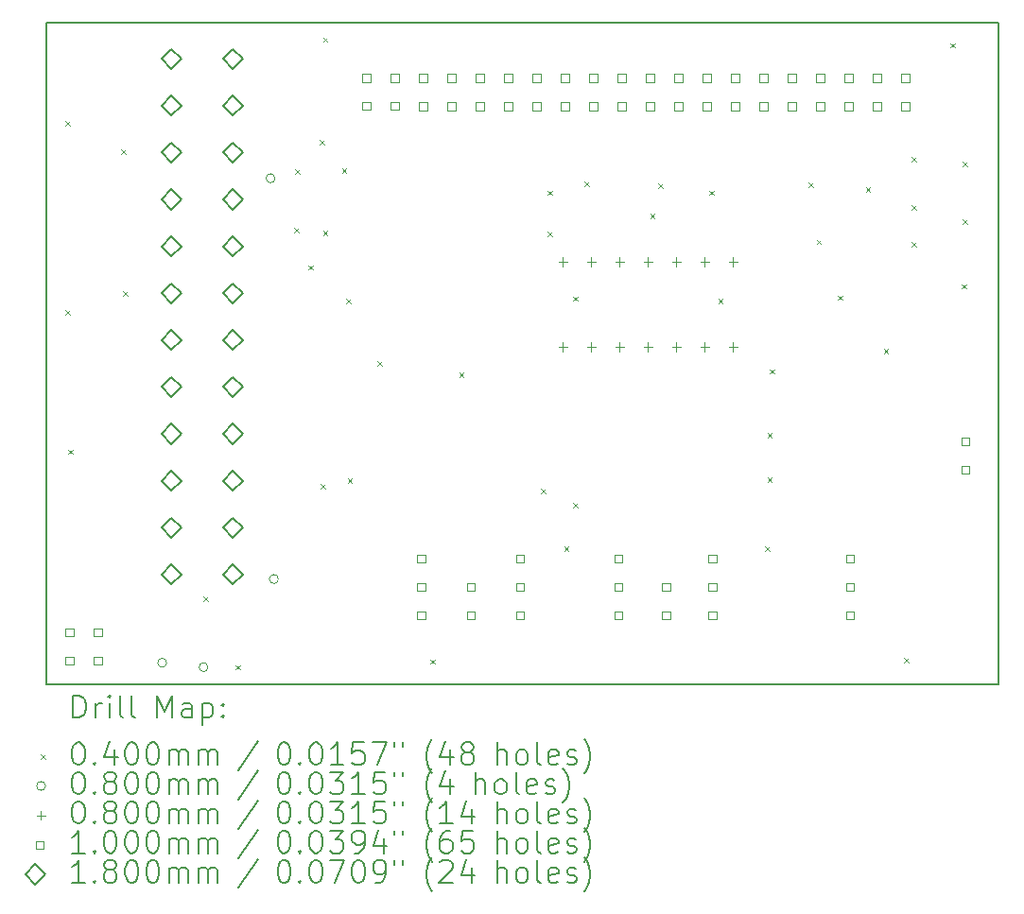
<source format=gbr>
%TF.GenerationSoftware,KiCad,Pcbnew,(7.0.0-0)*%
%TF.CreationDate,2023-03-06T18:30:22+00:00*%
%TF.ProjectId,AuxBoard,41757842-6f61-4726-942e-6b696361645f,rev?*%
%TF.SameCoordinates,Original*%
%TF.FileFunction,Drillmap*%
%TF.FilePolarity,Positive*%
%FSLAX45Y45*%
G04 Gerber Fmt 4.5, Leading zero omitted, Abs format (unit mm)*
G04 Created by KiCad (PCBNEW (7.0.0-0)) date 2023-03-06 18:30:22*
%MOMM*%
%LPD*%
G01*
G04 APERTURE LIST*
%ADD10C,0.200000*%
%ADD11C,0.040000*%
%ADD12C,0.080000*%
%ADD13C,0.100000*%
%ADD14C,0.180000*%
G04 APERTURE END LIST*
D10*
X10475000Y-4975000D02*
X19000000Y-4975000D01*
X19000000Y-4975000D02*
X19000000Y-10900000D01*
X19000000Y-10900000D02*
X10475000Y-10900000D01*
X10475000Y-10900000D02*
X10475000Y-4975000D01*
D11*
X10640000Y-5860000D02*
X10680000Y-5900000D01*
X10680000Y-5860000D02*
X10640000Y-5900000D01*
X10640000Y-7550000D02*
X10680000Y-7590000D01*
X10680000Y-7550000D02*
X10640000Y-7590000D01*
X10670000Y-8800000D02*
X10710000Y-8840000D01*
X10710000Y-8800000D02*
X10670000Y-8840000D01*
X11140000Y-6110000D02*
X11180000Y-6150000D01*
X11180000Y-6110000D02*
X11140000Y-6150000D01*
X11160000Y-7380000D02*
X11200000Y-7420000D01*
X11200000Y-7380000D02*
X11160000Y-7420000D01*
X11880000Y-10120000D02*
X11920000Y-10160000D01*
X11920000Y-10120000D02*
X11880000Y-10160000D01*
X12170000Y-10730000D02*
X12210000Y-10770000D01*
X12210000Y-10730000D02*
X12170000Y-10770000D01*
X12690000Y-6812500D02*
X12730000Y-6852500D01*
X12730000Y-6812500D02*
X12690000Y-6852500D01*
X12700000Y-6290000D02*
X12740000Y-6330000D01*
X12740000Y-6290000D02*
X12700000Y-6330000D01*
X12820000Y-7150000D02*
X12860000Y-7190000D01*
X12860000Y-7150000D02*
X12820000Y-7190000D01*
X12920000Y-6030000D02*
X12960000Y-6070000D01*
X12960000Y-6030000D02*
X12920000Y-6070000D01*
X12930000Y-9110000D02*
X12970000Y-9150000D01*
X12970000Y-9110000D02*
X12930000Y-9150000D01*
X12950000Y-5110000D02*
X12990000Y-5150000D01*
X12990000Y-5110000D02*
X12950000Y-5150000D01*
X12950000Y-6840000D02*
X12990000Y-6880000D01*
X12990000Y-6840000D02*
X12950000Y-6880000D01*
X13120000Y-6280000D02*
X13160000Y-6320000D01*
X13160000Y-6280000D02*
X13120000Y-6320000D01*
X13160000Y-7450000D02*
X13200000Y-7490000D01*
X13200000Y-7450000D02*
X13160000Y-7490000D01*
X13170000Y-9060000D02*
X13210000Y-9100000D01*
X13210000Y-9060000D02*
X13170000Y-9100000D01*
X13440000Y-8010000D02*
X13480000Y-8050000D01*
X13480000Y-8010000D02*
X13440000Y-8050000D01*
X13910000Y-10680000D02*
X13950000Y-10720000D01*
X13950000Y-10680000D02*
X13910000Y-10720000D01*
X14170000Y-8110000D02*
X14210000Y-8150000D01*
X14210000Y-8110000D02*
X14170000Y-8150000D01*
X14900000Y-9150000D02*
X14940000Y-9190000D01*
X14940000Y-9150000D02*
X14900000Y-9190000D01*
X14960000Y-6480000D02*
X15000000Y-6520000D01*
X15000000Y-6480000D02*
X14960000Y-6520000D01*
X14960000Y-6850000D02*
X15000000Y-6890000D01*
X15000000Y-6850000D02*
X14960000Y-6890000D01*
X15110000Y-9670000D02*
X15150000Y-9710000D01*
X15150000Y-9670000D02*
X15110000Y-9710000D01*
X15190000Y-7430000D02*
X15230000Y-7470000D01*
X15230000Y-7430000D02*
X15190000Y-7470000D01*
X15190000Y-9280000D02*
X15230000Y-9320000D01*
X15230000Y-9280000D02*
X15190000Y-9320000D01*
X15290000Y-6400000D02*
X15330000Y-6440000D01*
X15330000Y-6400000D02*
X15290000Y-6440000D01*
X15880000Y-6690000D02*
X15920000Y-6730000D01*
X15920000Y-6690000D02*
X15880000Y-6730000D01*
X15950000Y-6420000D02*
X15990000Y-6460000D01*
X15990000Y-6420000D02*
X15950000Y-6460000D01*
X16410000Y-6480000D02*
X16450000Y-6520000D01*
X16450000Y-6480000D02*
X16410000Y-6520000D01*
X16490000Y-7450000D02*
X16530000Y-7490000D01*
X16530000Y-7450000D02*
X16490000Y-7490000D01*
X16910000Y-9670000D02*
X16950000Y-9710000D01*
X16950000Y-9670000D02*
X16910000Y-9710000D01*
X16930000Y-8650000D02*
X16970000Y-8690000D01*
X16970000Y-8650000D02*
X16930000Y-8690000D01*
X16930000Y-9050000D02*
X16970000Y-9090000D01*
X16970000Y-9050000D02*
X16930000Y-9090000D01*
X16950000Y-8080000D02*
X16990000Y-8120000D01*
X16990000Y-8080000D02*
X16950000Y-8120000D01*
X17300000Y-6410000D02*
X17340000Y-6450000D01*
X17340000Y-6410000D02*
X17300000Y-6450000D01*
X17370000Y-6920000D02*
X17410000Y-6960000D01*
X17410000Y-6920000D02*
X17370000Y-6960000D01*
X17560000Y-7420000D02*
X17600000Y-7460000D01*
X17600000Y-7420000D02*
X17560000Y-7460000D01*
X17810000Y-6450000D02*
X17850000Y-6490000D01*
X17850000Y-6450000D02*
X17810000Y-6490000D01*
X17970000Y-7900000D02*
X18010000Y-7940000D01*
X18010000Y-7900000D02*
X17970000Y-7940000D01*
X18150000Y-10670000D02*
X18190000Y-10710000D01*
X18190000Y-10670000D02*
X18150000Y-10710000D01*
X18220050Y-6180000D02*
X18260050Y-6220000D01*
X18260050Y-6180000D02*
X18220050Y-6220000D01*
X18220050Y-6610000D02*
X18260050Y-6650000D01*
X18260050Y-6610000D02*
X18220050Y-6650000D01*
X18220050Y-6940000D02*
X18260050Y-6980000D01*
X18260050Y-6940000D02*
X18220050Y-6980000D01*
X18570659Y-5160417D02*
X18610659Y-5200417D01*
X18610659Y-5160417D02*
X18570659Y-5200417D01*
X18670000Y-7320000D02*
X18710000Y-7360000D01*
X18710000Y-7320000D02*
X18670000Y-7360000D01*
X18680000Y-6220000D02*
X18720000Y-6260000D01*
X18720000Y-6220000D02*
X18680000Y-6260000D01*
X18680000Y-6740000D02*
X18720000Y-6780000D01*
X18720000Y-6740000D02*
X18680000Y-6780000D01*
D12*
X11550000Y-10710000D02*
G75*
G03*
X11550000Y-10710000I-40000J0D01*
G01*
X11920000Y-10750000D02*
G75*
G03*
X11920000Y-10750000I-40000J0D01*
G01*
X12520000Y-6370000D02*
G75*
G03*
X12520000Y-6370000I-40000J0D01*
G01*
X12550000Y-9960050D02*
G75*
G03*
X12550000Y-9960050I-40000J0D01*
G01*
X15097500Y-7078000D02*
X15097500Y-7158000D01*
X15057500Y-7118000D02*
X15137500Y-7118000D01*
X15097500Y-7840000D02*
X15097500Y-7920000D01*
X15057500Y-7880000D02*
X15137500Y-7880000D01*
X15351500Y-7078000D02*
X15351500Y-7158000D01*
X15311500Y-7118000D02*
X15391500Y-7118000D01*
X15351500Y-7840000D02*
X15351500Y-7920000D01*
X15311500Y-7880000D02*
X15391500Y-7880000D01*
X15605500Y-7078000D02*
X15605500Y-7158000D01*
X15565500Y-7118000D02*
X15645500Y-7118000D01*
X15605500Y-7840000D02*
X15605500Y-7920000D01*
X15565500Y-7880000D02*
X15645500Y-7880000D01*
X15859500Y-7078000D02*
X15859500Y-7158000D01*
X15819500Y-7118000D02*
X15899500Y-7118000D01*
X15859500Y-7840000D02*
X15859500Y-7920000D01*
X15819500Y-7880000D02*
X15899500Y-7880000D01*
X16113500Y-7078000D02*
X16113500Y-7158000D01*
X16073500Y-7118000D02*
X16153500Y-7118000D01*
X16113500Y-7840000D02*
X16113500Y-7920000D01*
X16073500Y-7880000D02*
X16153500Y-7880000D01*
X16367500Y-7078000D02*
X16367500Y-7158000D01*
X16327500Y-7118000D02*
X16407500Y-7118000D01*
X16367500Y-7840000D02*
X16367500Y-7920000D01*
X16327500Y-7880000D02*
X16407500Y-7880000D01*
X16621500Y-7078000D02*
X16621500Y-7158000D01*
X16581500Y-7118000D02*
X16661500Y-7118000D01*
X16621500Y-7840000D02*
X16621500Y-7920000D01*
X16581500Y-7880000D02*
X16661500Y-7880000D01*
D13*
X10715356Y-10475356D02*
X10715356Y-10404644D01*
X10644644Y-10404644D01*
X10644644Y-10475356D01*
X10715356Y-10475356D01*
X10715356Y-10729356D02*
X10715356Y-10658644D01*
X10644644Y-10658644D01*
X10644644Y-10729356D01*
X10715356Y-10729356D01*
X10969356Y-10475356D02*
X10969356Y-10404644D01*
X10898644Y-10404644D01*
X10898644Y-10475356D01*
X10969356Y-10475356D01*
X10969356Y-10729356D02*
X10969356Y-10658644D01*
X10898644Y-10658644D01*
X10898644Y-10729356D01*
X10969356Y-10729356D01*
X13372356Y-5508356D02*
X13372356Y-5437644D01*
X13301644Y-5437644D01*
X13301644Y-5508356D01*
X13372356Y-5508356D01*
X13372356Y-5759356D02*
X13372356Y-5688644D01*
X13301644Y-5688644D01*
X13301644Y-5759356D01*
X13372356Y-5759356D01*
X13626356Y-5508356D02*
X13626356Y-5437644D01*
X13555644Y-5437644D01*
X13555644Y-5508356D01*
X13626356Y-5508356D01*
X13626356Y-5759356D02*
X13626356Y-5688644D01*
X13555644Y-5688644D01*
X13555644Y-5759356D01*
X13626356Y-5759356D01*
X13865356Y-9811356D02*
X13865356Y-9740644D01*
X13794644Y-9740644D01*
X13794644Y-9811356D01*
X13865356Y-9811356D01*
X13865356Y-10065356D02*
X13865356Y-9994644D01*
X13794644Y-9994644D01*
X13794644Y-10065356D01*
X13865356Y-10065356D01*
X13865356Y-10319356D02*
X13865356Y-10248644D01*
X13794644Y-10248644D01*
X13794644Y-10319356D01*
X13865356Y-10319356D01*
X13880356Y-5508356D02*
X13880356Y-5437644D01*
X13809644Y-5437644D01*
X13809644Y-5508356D01*
X13880356Y-5508356D01*
X13880356Y-5762356D02*
X13880356Y-5691644D01*
X13809644Y-5691644D01*
X13809644Y-5762356D01*
X13880356Y-5762356D01*
X14134356Y-5508356D02*
X14134356Y-5437644D01*
X14063644Y-5437644D01*
X14063644Y-5508356D01*
X14134356Y-5508356D01*
X14134356Y-5762356D02*
X14134356Y-5691644D01*
X14063644Y-5691644D01*
X14063644Y-5762356D01*
X14134356Y-5762356D01*
X14311606Y-10069356D02*
X14311606Y-9998644D01*
X14240894Y-9998644D01*
X14240894Y-10069356D01*
X14311606Y-10069356D01*
X14311606Y-10323356D02*
X14311606Y-10252644D01*
X14240894Y-10252644D01*
X14240894Y-10323356D01*
X14311606Y-10323356D01*
X14388356Y-5508356D02*
X14388356Y-5437644D01*
X14317644Y-5437644D01*
X14317644Y-5508356D01*
X14388356Y-5508356D01*
X14388356Y-5762356D02*
X14388356Y-5691644D01*
X14317644Y-5691644D01*
X14317644Y-5762356D01*
X14388356Y-5762356D01*
X14642356Y-5508356D02*
X14642356Y-5437644D01*
X14571644Y-5437644D01*
X14571644Y-5508356D01*
X14642356Y-5508356D01*
X14642356Y-5762356D02*
X14642356Y-5691644D01*
X14571644Y-5691644D01*
X14571644Y-5762356D01*
X14642356Y-5762356D01*
X14747856Y-9811356D02*
X14747856Y-9740644D01*
X14677144Y-9740644D01*
X14677144Y-9811356D01*
X14747856Y-9811356D01*
X14747856Y-10065356D02*
X14747856Y-9994644D01*
X14677144Y-9994644D01*
X14677144Y-10065356D01*
X14747856Y-10065356D01*
X14747856Y-10319356D02*
X14747856Y-10248644D01*
X14677144Y-10248644D01*
X14677144Y-10319356D01*
X14747856Y-10319356D01*
X14896356Y-5508356D02*
X14896356Y-5437644D01*
X14825644Y-5437644D01*
X14825644Y-5508356D01*
X14896356Y-5508356D01*
X14896356Y-5762356D02*
X14896356Y-5691644D01*
X14825644Y-5691644D01*
X14825644Y-5762356D01*
X14896356Y-5762356D01*
X15150356Y-5508356D02*
X15150356Y-5437644D01*
X15079644Y-5437644D01*
X15079644Y-5508356D01*
X15150356Y-5508356D01*
X15150356Y-5762356D02*
X15150356Y-5691644D01*
X15079644Y-5691644D01*
X15079644Y-5762356D01*
X15150356Y-5762356D01*
X15404356Y-5508356D02*
X15404356Y-5437644D01*
X15333644Y-5437644D01*
X15333644Y-5508356D01*
X15404356Y-5508356D01*
X15404356Y-5762356D02*
X15404356Y-5691644D01*
X15333644Y-5691644D01*
X15333644Y-5762356D01*
X15404356Y-5762356D01*
X15632856Y-9811356D02*
X15632856Y-9740644D01*
X15562144Y-9740644D01*
X15562144Y-9811356D01*
X15632856Y-9811356D01*
X15632856Y-10065356D02*
X15632856Y-9994644D01*
X15562144Y-9994644D01*
X15562144Y-10065356D01*
X15632856Y-10065356D01*
X15632856Y-10319356D02*
X15632856Y-10248644D01*
X15562144Y-10248644D01*
X15562144Y-10319356D01*
X15632856Y-10319356D01*
X15658356Y-5508356D02*
X15658356Y-5437644D01*
X15587644Y-5437644D01*
X15587644Y-5508356D01*
X15658356Y-5508356D01*
X15658356Y-5762356D02*
X15658356Y-5691644D01*
X15587644Y-5691644D01*
X15587644Y-5762356D01*
X15658356Y-5762356D01*
X15912356Y-5508356D02*
X15912356Y-5437644D01*
X15841644Y-5437644D01*
X15841644Y-5508356D01*
X15912356Y-5508356D01*
X15912356Y-5762356D02*
X15912356Y-5691644D01*
X15841644Y-5691644D01*
X15841644Y-5762356D01*
X15912356Y-5762356D01*
X16057856Y-10069356D02*
X16057856Y-9998644D01*
X15987144Y-9998644D01*
X15987144Y-10069356D01*
X16057856Y-10069356D01*
X16057856Y-10323356D02*
X16057856Y-10252644D01*
X15987144Y-10252644D01*
X15987144Y-10323356D01*
X16057856Y-10323356D01*
X16166356Y-5508356D02*
X16166356Y-5437644D01*
X16095644Y-5437644D01*
X16095644Y-5508356D01*
X16166356Y-5508356D01*
X16166356Y-5762356D02*
X16166356Y-5691644D01*
X16095644Y-5691644D01*
X16095644Y-5762356D01*
X16166356Y-5762356D01*
X16420356Y-5508356D02*
X16420356Y-5437644D01*
X16349644Y-5437644D01*
X16349644Y-5508356D01*
X16420356Y-5508356D01*
X16420356Y-5762356D02*
X16420356Y-5691644D01*
X16349644Y-5691644D01*
X16349644Y-5762356D01*
X16420356Y-5762356D01*
X16472856Y-9811356D02*
X16472856Y-9740644D01*
X16402144Y-9740644D01*
X16402144Y-9811356D01*
X16472856Y-9811356D01*
X16472856Y-10065356D02*
X16472856Y-9994644D01*
X16402144Y-9994644D01*
X16402144Y-10065356D01*
X16472856Y-10065356D01*
X16472856Y-10319356D02*
X16472856Y-10248644D01*
X16402144Y-10248644D01*
X16402144Y-10319356D01*
X16472856Y-10319356D01*
X16674356Y-5508356D02*
X16674356Y-5437644D01*
X16603644Y-5437644D01*
X16603644Y-5508356D01*
X16674356Y-5508356D01*
X16674356Y-5762356D02*
X16674356Y-5691644D01*
X16603644Y-5691644D01*
X16603644Y-5762356D01*
X16674356Y-5762356D01*
X16928356Y-5508356D02*
X16928356Y-5437644D01*
X16857644Y-5437644D01*
X16857644Y-5508356D01*
X16928356Y-5508356D01*
X16928356Y-5762356D02*
X16928356Y-5691644D01*
X16857644Y-5691644D01*
X16857644Y-5762356D01*
X16928356Y-5762356D01*
X17182356Y-5508356D02*
X17182356Y-5437644D01*
X17111644Y-5437644D01*
X17111644Y-5508356D01*
X17182356Y-5508356D01*
X17182356Y-5762356D02*
X17182356Y-5691644D01*
X17111644Y-5691644D01*
X17111644Y-5762356D01*
X17182356Y-5762356D01*
X17436356Y-5508356D02*
X17436356Y-5437644D01*
X17365644Y-5437644D01*
X17365644Y-5508356D01*
X17436356Y-5508356D01*
X17436356Y-5762356D02*
X17436356Y-5691644D01*
X17365644Y-5691644D01*
X17365644Y-5762356D01*
X17436356Y-5762356D01*
X17690356Y-5508356D02*
X17690356Y-5437644D01*
X17619644Y-5437644D01*
X17619644Y-5508356D01*
X17690356Y-5508356D01*
X17690356Y-5762356D02*
X17690356Y-5691644D01*
X17619644Y-5691644D01*
X17619644Y-5762356D01*
X17690356Y-5762356D01*
X17702856Y-9811356D02*
X17702856Y-9740644D01*
X17632144Y-9740644D01*
X17632144Y-9811356D01*
X17702856Y-9811356D01*
X17702856Y-10065356D02*
X17702856Y-9994644D01*
X17632144Y-9994644D01*
X17632144Y-10065356D01*
X17702856Y-10065356D01*
X17702856Y-10319356D02*
X17702856Y-10248644D01*
X17632144Y-10248644D01*
X17632144Y-10319356D01*
X17702856Y-10319356D01*
X17944356Y-5508356D02*
X17944356Y-5437644D01*
X17873644Y-5437644D01*
X17873644Y-5508356D01*
X17944356Y-5508356D01*
X17944356Y-5762356D02*
X17944356Y-5691644D01*
X17873644Y-5691644D01*
X17873644Y-5762356D01*
X17944356Y-5762356D01*
X18198356Y-5508356D02*
X18198356Y-5437644D01*
X18127644Y-5437644D01*
X18127644Y-5508356D01*
X18198356Y-5508356D01*
X18198356Y-5762356D02*
X18198356Y-5691644D01*
X18127644Y-5691644D01*
X18127644Y-5762356D01*
X18198356Y-5762356D01*
X18737856Y-8760356D02*
X18737856Y-8689644D01*
X18667144Y-8689644D01*
X18667144Y-8760356D01*
X18737856Y-8760356D01*
X18737856Y-9014356D02*
X18737856Y-8943644D01*
X18667144Y-8943644D01*
X18667144Y-9014356D01*
X18737856Y-9014356D01*
D14*
X11592500Y-5390000D02*
X11682500Y-5300000D01*
X11592500Y-5210000D01*
X11502500Y-5300000D01*
X11592500Y-5390000D01*
X11592500Y-5810000D02*
X11682500Y-5720000D01*
X11592500Y-5630000D01*
X11502500Y-5720000D01*
X11592500Y-5810000D01*
X11592500Y-6230000D02*
X11682500Y-6140000D01*
X11592500Y-6050000D01*
X11502500Y-6140000D01*
X11592500Y-6230000D01*
X11592500Y-6650000D02*
X11682500Y-6560000D01*
X11592500Y-6470000D01*
X11502500Y-6560000D01*
X11592500Y-6650000D01*
X11592500Y-7070000D02*
X11682500Y-6980000D01*
X11592500Y-6890000D01*
X11502500Y-6980000D01*
X11592500Y-7070000D01*
X11592500Y-7490000D02*
X11682500Y-7400000D01*
X11592500Y-7310000D01*
X11502500Y-7400000D01*
X11592500Y-7490000D01*
X11592500Y-7910000D02*
X11682500Y-7820000D01*
X11592500Y-7730000D01*
X11502500Y-7820000D01*
X11592500Y-7910000D01*
X11592500Y-8330000D02*
X11682500Y-8240000D01*
X11592500Y-8150000D01*
X11502500Y-8240000D01*
X11592500Y-8330000D01*
X11592500Y-8750000D02*
X11682500Y-8660000D01*
X11592500Y-8570000D01*
X11502500Y-8660000D01*
X11592500Y-8750000D01*
X11592500Y-9170000D02*
X11682500Y-9080000D01*
X11592500Y-8990000D01*
X11502500Y-9080000D01*
X11592500Y-9170000D01*
X11592500Y-9590000D02*
X11682500Y-9500000D01*
X11592500Y-9410000D01*
X11502500Y-9500000D01*
X11592500Y-9590000D01*
X11592500Y-10010000D02*
X11682500Y-9920000D01*
X11592500Y-9830000D01*
X11502500Y-9920000D01*
X11592500Y-10010000D01*
X12142500Y-5390000D02*
X12232500Y-5300000D01*
X12142500Y-5210000D01*
X12052500Y-5300000D01*
X12142500Y-5390000D01*
X12142500Y-5810000D02*
X12232500Y-5720000D01*
X12142500Y-5630000D01*
X12052500Y-5720000D01*
X12142500Y-5810000D01*
X12142500Y-6230000D02*
X12232500Y-6140000D01*
X12142500Y-6050000D01*
X12052500Y-6140000D01*
X12142500Y-6230000D01*
X12142500Y-6650000D02*
X12232500Y-6560000D01*
X12142500Y-6470000D01*
X12052500Y-6560000D01*
X12142500Y-6650000D01*
X12142500Y-7070000D02*
X12232500Y-6980000D01*
X12142500Y-6890000D01*
X12052500Y-6980000D01*
X12142500Y-7070000D01*
X12142500Y-7490000D02*
X12232500Y-7400000D01*
X12142500Y-7310000D01*
X12052500Y-7400000D01*
X12142500Y-7490000D01*
X12142500Y-7910000D02*
X12232500Y-7820000D01*
X12142500Y-7730000D01*
X12052500Y-7820000D01*
X12142500Y-7910000D01*
X12142500Y-8330000D02*
X12232500Y-8240000D01*
X12142500Y-8150000D01*
X12052500Y-8240000D01*
X12142500Y-8330000D01*
X12142500Y-8750000D02*
X12232500Y-8660000D01*
X12142500Y-8570000D01*
X12052500Y-8660000D01*
X12142500Y-8750000D01*
X12142500Y-9170000D02*
X12232500Y-9080000D01*
X12142500Y-8990000D01*
X12052500Y-9080000D01*
X12142500Y-9170000D01*
X12142500Y-9590000D02*
X12232500Y-9500000D01*
X12142500Y-9410000D01*
X12052500Y-9500000D01*
X12142500Y-9590000D01*
X12142500Y-10010000D02*
X12232500Y-9920000D01*
X12142500Y-9830000D01*
X12052500Y-9920000D01*
X12142500Y-10010000D01*
D10*
X10712619Y-11203476D02*
X10712619Y-11003476D01*
X10712619Y-11003476D02*
X10760238Y-11003476D01*
X10760238Y-11003476D02*
X10788810Y-11013000D01*
X10788810Y-11013000D02*
X10807857Y-11032048D01*
X10807857Y-11032048D02*
X10817381Y-11051095D01*
X10817381Y-11051095D02*
X10826905Y-11089190D01*
X10826905Y-11089190D02*
X10826905Y-11117762D01*
X10826905Y-11117762D02*
X10817381Y-11155857D01*
X10817381Y-11155857D02*
X10807857Y-11174905D01*
X10807857Y-11174905D02*
X10788810Y-11193952D01*
X10788810Y-11193952D02*
X10760238Y-11203476D01*
X10760238Y-11203476D02*
X10712619Y-11203476D01*
X10912619Y-11203476D02*
X10912619Y-11070143D01*
X10912619Y-11108238D02*
X10922143Y-11089190D01*
X10922143Y-11089190D02*
X10931667Y-11079667D01*
X10931667Y-11079667D02*
X10950714Y-11070143D01*
X10950714Y-11070143D02*
X10969762Y-11070143D01*
X11036429Y-11203476D02*
X11036429Y-11070143D01*
X11036429Y-11003476D02*
X11026905Y-11013000D01*
X11026905Y-11013000D02*
X11036429Y-11022524D01*
X11036429Y-11022524D02*
X11045952Y-11013000D01*
X11045952Y-11013000D02*
X11036429Y-11003476D01*
X11036429Y-11003476D02*
X11036429Y-11022524D01*
X11160238Y-11203476D02*
X11141190Y-11193952D01*
X11141190Y-11193952D02*
X11131667Y-11174905D01*
X11131667Y-11174905D02*
X11131667Y-11003476D01*
X11265000Y-11203476D02*
X11245952Y-11193952D01*
X11245952Y-11193952D02*
X11236428Y-11174905D01*
X11236428Y-11174905D02*
X11236428Y-11003476D01*
X11461190Y-11203476D02*
X11461190Y-11003476D01*
X11461190Y-11003476D02*
X11527857Y-11146333D01*
X11527857Y-11146333D02*
X11594524Y-11003476D01*
X11594524Y-11003476D02*
X11594524Y-11203476D01*
X11775476Y-11203476D02*
X11775476Y-11098714D01*
X11775476Y-11098714D02*
X11765952Y-11079667D01*
X11765952Y-11079667D02*
X11746905Y-11070143D01*
X11746905Y-11070143D02*
X11708809Y-11070143D01*
X11708809Y-11070143D02*
X11689762Y-11079667D01*
X11775476Y-11193952D02*
X11756428Y-11203476D01*
X11756428Y-11203476D02*
X11708809Y-11203476D01*
X11708809Y-11203476D02*
X11689762Y-11193952D01*
X11689762Y-11193952D02*
X11680238Y-11174905D01*
X11680238Y-11174905D02*
X11680238Y-11155857D01*
X11680238Y-11155857D02*
X11689762Y-11136810D01*
X11689762Y-11136810D02*
X11708809Y-11127286D01*
X11708809Y-11127286D02*
X11756428Y-11127286D01*
X11756428Y-11127286D02*
X11775476Y-11117762D01*
X11870714Y-11070143D02*
X11870714Y-11270143D01*
X11870714Y-11079667D02*
X11889762Y-11070143D01*
X11889762Y-11070143D02*
X11927857Y-11070143D01*
X11927857Y-11070143D02*
X11946905Y-11079667D01*
X11946905Y-11079667D02*
X11956428Y-11089190D01*
X11956428Y-11089190D02*
X11965952Y-11108238D01*
X11965952Y-11108238D02*
X11965952Y-11165381D01*
X11965952Y-11165381D02*
X11956428Y-11184429D01*
X11956428Y-11184429D02*
X11946905Y-11193952D01*
X11946905Y-11193952D02*
X11927857Y-11203476D01*
X11927857Y-11203476D02*
X11889762Y-11203476D01*
X11889762Y-11203476D02*
X11870714Y-11193952D01*
X12051667Y-11184429D02*
X12061190Y-11193952D01*
X12061190Y-11193952D02*
X12051667Y-11203476D01*
X12051667Y-11203476D02*
X12042143Y-11193952D01*
X12042143Y-11193952D02*
X12051667Y-11184429D01*
X12051667Y-11184429D02*
X12051667Y-11203476D01*
X12051667Y-11079667D02*
X12061190Y-11089190D01*
X12061190Y-11089190D02*
X12051667Y-11098714D01*
X12051667Y-11098714D02*
X12042143Y-11089190D01*
X12042143Y-11089190D02*
X12051667Y-11079667D01*
X12051667Y-11079667D02*
X12051667Y-11098714D01*
D11*
X10425000Y-11530000D02*
X10465000Y-11570000D01*
X10465000Y-11530000D02*
X10425000Y-11570000D01*
D10*
X10750714Y-11423476D02*
X10769762Y-11423476D01*
X10769762Y-11423476D02*
X10788810Y-11433000D01*
X10788810Y-11433000D02*
X10798333Y-11442524D01*
X10798333Y-11442524D02*
X10807857Y-11461571D01*
X10807857Y-11461571D02*
X10817381Y-11499667D01*
X10817381Y-11499667D02*
X10817381Y-11547286D01*
X10817381Y-11547286D02*
X10807857Y-11585381D01*
X10807857Y-11585381D02*
X10798333Y-11604428D01*
X10798333Y-11604428D02*
X10788810Y-11613952D01*
X10788810Y-11613952D02*
X10769762Y-11623476D01*
X10769762Y-11623476D02*
X10750714Y-11623476D01*
X10750714Y-11623476D02*
X10731667Y-11613952D01*
X10731667Y-11613952D02*
X10722143Y-11604428D01*
X10722143Y-11604428D02*
X10712619Y-11585381D01*
X10712619Y-11585381D02*
X10703095Y-11547286D01*
X10703095Y-11547286D02*
X10703095Y-11499667D01*
X10703095Y-11499667D02*
X10712619Y-11461571D01*
X10712619Y-11461571D02*
X10722143Y-11442524D01*
X10722143Y-11442524D02*
X10731667Y-11433000D01*
X10731667Y-11433000D02*
X10750714Y-11423476D01*
X10903095Y-11604428D02*
X10912619Y-11613952D01*
X10912619Y-11613952D02*
X10903095Y-11623476D01*
X10903095Y-11623476D02*
X10893571Y-11613952D01*
X10893571Y-11613952D02*
X10903095Y-11604428D01*
X10903095Y-11604428D02*
X10903095Y-11623476D01*
X11084048Y-11490143D02*
X11084048Y-11623476D01*
X11036429Y-11413952D02*
X10988810Y-11556809D01*
X10988810Y-11556809D02*
X11112619Y-11556809D01*
X11226905Y-11423476D02*
X11245952Y-11423476D01*
X11245952Y-11423476D02*
X11265000Y-11433000D01*
X11265000Y-11433000D02*
X11274524Y-11442524D01*
X11274524Y-11442524D02*
X11284048Y-11461571D01*
X11284048Y-11461571D02*
X11293571Y-11499667D01*
X11293571Y-11499667D02*
X11293571Y-11547286D01*
X11293571Y-11547286D02*
X11284048Y-11585381D01*
X11284048Y-11585381D02*
X11274524Y-11604428D01*
X11274524Y-11604428D02*
X11265000Y-11613952D01*
X11265000Y-11613952D02*
X11245952Y-11623476D01*
X11245952Y-11623476D02*
X11226905Y-11623476D01*
X11226905Y-11623476D02*
X11207857Y-11613952D01*
X11207857Y-11613952D02*
X11198333Y-11604428D01*
X11198333Y-11604428D02*
X11188809Y-11585381D01*
X11188809Y-11585381D02*
X11179286Y-11547286D01*
X11179286Y-11547286D02*
X11179286Y-11499667D01*
X11179286Y-11499667D02*
X11188809Y-11461571D01*
X11188809Y-11461571D02*
X11198333Y-11442524D01*
X11198333Y-11442524D02*
X11207857Y-11433000D01*
X11207857Y-11433000D02*
X11226905Y-11423476D01*
X11417381Y-11423476D02*
X11436429Y-11423476D01*
X11436429Y-11423476D02*
X11455476Y-11433000D01*
X11455476Y-11433000D02*
X11465000Y-11442524D01*
X11465000Y-11442524D02*
X11474524Y-11461571D01*
X11474524Y-11461571D02*
X11484048Y-11499667D01*
X11484048Y-11499667D02*
X11484048Y-11547286D01*
X11484048Y-11547286D02*
X11474524Y-11585381D01*
X11474524Y-11585381D02*
X11465000Y-11604428D01*
X11465000Y-11604428D02*
X11455476Y-11613952D01*
X11455476Y-11613952D02*
X11436429Y-11623476D01*
X11436429Y-11623476D02*
X11417381Y-11623476D01*
X11417381Y-11623476D02*
X11398333Y-11613952D01*
X11398333Y-11613952D02*
X11388809Y-11604428D01*
X11388809Y-11604428D02*
X11379286Y-11585381D01*
X11379286Y-11585381D02*
X11369762Y-11547286D01*
X11369762Y-11547286D02*
X11369762Y-11499667D01*
X11369762Y-11499667D02*
X11379286Y-11461571D01*
X11379286Y-11461571D02*
X11388809Y-11442524D01*
X11388809Y-11442524D02*
X11398333Y-11433000D01*
X11398333Y-11433000D02*
X11417381Y-11423476D01*
X11569762Y-11623476D02*
X11569762Y-11490143D01*
X11569762Y-11509190D02*
X11579286Y-11499667D01*
X11579286Y-11499667D02*
X11598333Y-11490143D01*
X11598333Y-11490143D02*
X11626905Y-11490143D01*
X11626905Y-11490143D02*
X11645952Y-11499667D01*
X11645952Y-11499667D02*
X11655476Y-11518714D01*
X11655476Y-11518714D02*
X11655476Y-11623476D01*
X11655476Y-11518714D02*
X11665000Y-11499667D01*
X11665000Y-11499667D02*
X11684048Y-11490143D01*
X11684048Y-11490143D02*
X11712619Y-11490143D01*
X11712619Y-11490143D02*
X11731667Y-11499667D01*
X11731667Y-11499667D02*
X11741190Y-11518714D01*
X11741190Y-11518714D02*
X11741190Y-11623476D01*
X11836429Y-11623476D02*
X11836429Y-11490143D01*
X11836429Y-11509190D02*
X11845952Y-11499667D01*
X11845952Y-11499667D02*
X11865000Y-11490143D01*
X11865000Y-11490143D02*
X11893571Y-11490143D01*
X11893571Y-11490143D02*
X11912619Y-11499667D01*
X11912619Y-11499667D02*
X11922143Y-11518714D01*
X11922143Y-11518714D02*
X11922143Y-11623476D01*
X11922143Y-11518714D02*
X11931667Y-11499667D01*
X11931667Y-11499667D02*
X11950714Y-11490143D01*
X11950714Y-11490143D02*
X11979286Y-11490143D01*
X11979286Y-11490143D02*
X11998333Y-11499667D01*
X11998333Y-11499667D02*
X12007857Y-11518714D01*
X12007857Y-11518714D02*
X12007857Y-11623476D01*
X12365952Y-11413952D02*
X12194524Y-11671095D01*
X12590714Y-11423476D02*
X12609762Y-11423476D01*
X12609762Y-11423476D02*
X12628810Y-11433000D01*
X12628810Y-11433000D02*
X12638333Y-11442524D01*
X12638333Y-11442524D02*
X12647857Y-11461571D01*
X12647857Y-11461571D02*
X12657381Y-11499667D01*
X12657381Y-11499667D02*
X12657381Y-11547286D01*
X12657381Y-11547286D02*
X12647857Y-11585381D01*
X12647857Y-11585381D02*
X12638333Y-11604428D01*
X12638333Y-11604428D02*
X12628810Y-11613952D01*
X12628810Y-11613952D02*
X12609762Y-11623476D01*
X12609762Y-11623476D02*
X12590714Y-11623476D01*
X12590714Y-11623476D02*
X12571667Y-11613952D01*
X12571667Y-11613952D02*
X12562143Y-11604428D01*
X12562143Y-11604428D02*
X12552619Y-11585381D01*
X12552619Y-11585381D02*
X12543095Y-11547286D01*
X12543095Y-11547286D02*
X12543095Y-11499667D01*
X12543095Y-11499667D02*
X12552619Y-11461571D01*
X12552619Y-11461571D02*
X12562143Y-11442524D01*
X12562143Y-11442524D02*
X12571667Y-11433000D01*
X12571667Y-11433000D02*
X12590714Y-11423476D01*
X12743095Y-11604428D02*
X12752619Y-11613952D01*
X12752619Y-11613952D02*
X12743095Y-11623476D01*
X12743095Y-11623476D02*
X12733571Y-11613952D01*
X12733571Y-11613952D02*
X12743095Y-11604428D01*
X12743095Y-11604428D02*
X12743095Y-11623476D01*
X12876429Y-11423476D02*
X12895476Y-11423476D01*
X12895476Y-11423476D02*
X12914524Y-11433000D01*
X12914524Y-11433000D02*
X12924048Y-11442524D01*
X12924048Y-11442524D02*
X12933571Y-11461571D01*
X12933571Y-11461571D02*
X12943095Y-11499667D01*
X12943095Y-11499667D02*
X12943095Y-11547286D01*
X12943095Y-11547286D02*
X12933571Y-11585381D01*
X12933571Y-11585381D02*
X12924048Y-11604428D01*
X12924048Y-11604428D02*
X12914524Y-11613952D01*
X12914524Y-11613952D02*
X12895476Y-11623476D01*
X12895476Y-11623476D02*
X12876429Y-11623476D01*
X12876429Y-11623476D02*
X12857381Y-11613952D01*
X12857381Y-11613952D02*
X12847857Y-11604428D01*
X12847857Y-11604428D02*
X12838333Y-11585381D01*
X12838333Y-11585381D02*
X12828810Y-11547286D01*
X12828810Y-11547286D02*
X12828810Y-11499667D01*
X12828810Y-11499667D02*
X12838333Y-11461571D01*
X12838333Y-11461571D02*
X12847857Y-11442524D01*
X12847857Y-11442524D02*
X12857381Y-11433000D01*
X12857381Y-11433000D02*
X12876429Y-11423476D01*
X13133571Y-11623476D02*
X13019286Y-11623476D01*
X13076429Y-11623476D02*
X13076429Y-11423476D01*
X13076429Y-11423476D02*
X13057381Y-11452048D01*
X13057381Y-11452048D02*
X13038333Y-11471095D01*
X13038333Y-11471095D02*
X13019286Y-11480619D01*
X13314524Y-11423476D02*
X13219286Y-11423476D01*
X13219286Y-11423476D02*
X13209762Y-11518714D01*
X13209762Y-11518714D02*
X13219286Y-11509190D01*
X13219286Y-11509190D02*
X13238333Y-11499667D01*
X13238333Y-11499667D02*
X13285952Y-11499667D01*
X13285952Y-11499667D02*
X13305000Y-11509190D01*
X13305000Y-11509190D02*
X13314524Y-11518714D01*
X13314524Y-11518714D02*
X13324048Y-11537762D01*
X13324048Y-11537762D02*
X13324048Y-11585381D01*
X13324048Y-11585381D02*
X13314524Y-11604428D01*
X13314524Y-11604428D02*
X13305000Y-11613952D01*
X13305000Y-11613952D02*
X13285952Y-11623476D01*
X13285952Y-11623476D02*
X13238333Y-11623476D01*
X13238333Y-11623476D02*
X13219286Y-11613952D01*
X13219286Y-11613952D02*
X13209762Y-11604428D01*
X13390714Y-11423476D02*
X13524048Y-11423476D01*
X13524048Y-11423476D02*
X13438333Y-11623476D01*
X13590714Y-11423476D02*
X13590714Y-11461571D01*
X13666905Y-11423476D02*
X13666905Y-11461571D01*
X13929762Y-11699667D02*
X13920238Y-11690143D01*
X13920238Y-11690143D02*
X13901191Y-11661571D01*
X13901191Y-11661571D02*
X13891667Y-11642524D01*
X13891667Y-11642524D02*
X13882143Y-11613952D01*
X13882143Y-11613952D02*
X13872619Y-11566333D01*
X13872619Y-11566333D02*
X13872619Y-11528238D01*
X13872619Y-11528238D02*
X13882143Y-11480619D01*
X13882143Y-11480619D02*
X13891667Y-11452048D01*
X13891667Y-11452048D02*
X13901191Y-11433000D01*
X13901191Y-11433000D02*
X13920238Y-11404428D01*
X13920238Y-11404428D02*
X13929762Y-11394905D01*
X14091667Y-11490143D02*
X14091667Y-11623476D01*
X14044048Y-11413952D02*
X13996429Y-11556809D01*
X13996429Y-11556809D02*
X14120238Y-11556809D01*
X14225000Y-11509190D02*
X14205952Y-11499667D01*
X14205952Y-11499667D02*
X14196429Y-11490143D01*
X14196429Y-11490143D02*
X14186905Y-11471095D01*
X14186905Y-11471095D02*
X14186905Y-11461571D01*
X14186905Y-11461571D02*
X14196429Y-11442524D01*
X14196429Y-11442524D02*
X14205952Y-11433000D01*
X14205952Y-11433000D02*
X14225000Y-11423476D01*
X14225000Y-11423476D02*
X14263095Y-11423476D01*
X14263095Y-11423476D02*
X14282143Y-11433000D01*
X14282143Y-11433000D02*
X14291667Y-11442524D01*
X14291667Y-11442524D02*
X14301191Y-11461571D01*
X14301191Y-11461571D02*
X14301191Y-11471095D01*
X14301191Y-11471095D02*
X14291667Y-11490143D01*
X14291667Y-11490143D02*
X14282143Y-11499667D01*
X14282143Y-11499667D02*
X14263095Y-11509190D01*
X14263095Y-11509190D02*
X14225000Y-11509190D01*
X14225000Y-11509190D02*
X14205952Y-11518714D01*
X14205952Y-11518714D02*
X14196429Y-11528238D01*
X14196429Y-11528238D02*
X14186905Y-11547286D01*
X14186905Y-11547286D02*
X14186905Y-11585381D01*
X14186905Y-11585381D02*
X14196429Y-11604428D01*
X14196429Y-11604428D02*
X14205952Y-11613952D01*
X14205952Y-11613952D02*
X14225000Y-11623476D01*
X14225000Y-11623476D02*
X14263095Y-11623476D01*
X14263095Y-11623476D02*
X14282143Y-11613952D01*
X14282143Y-11613952D02*
X14291667Y-11604428D01*
X14291667Y-11604428D02*
X14301191Y-11585381D01*
X14301191Y-11585381D02*
X14301191Y-11547286D01*
X14301191Y-11547286D02*
X14291667Y-11528238D01*
X14291667Y-11528238D02*
X14282143Y-11518714D01*
X14282143Y-11518714D02*
X14263095Y-11509190D01*
X14506905Y-11623476D02*
X14506905Y-11423476D01*
X14592619Y-11623476D02*
X14592619Y-11518714D01*
X14592619Y-11518714D02*
X14583095Y-11499667D01*
X14583095Y-11499667D02*
X14564048Y-11490143D01*
X14564048Y-11490143D02*
X14535476Y-11490143D01*
X14535476Y-11490143D02*
X14516429Y-11499667D01*
X14516429Y-11499667D02*
X14506905Y-11509190D01*
X14716429Y-11623476D02*
X14697381Y-11613952D01*
X14697381Y-11613952D02*
X14687857Y-11604428D01*
X14687857Y-11604428D02*
X14678333Y-11585381D01*
X14678333Y-11585381D02*
X14678333Y-11528238D01*
X14678333Y-11528238D02*
X14687857Y-11509190D01*
X14687857Y-11509190D02*
X14697381Y-11499667D01*
X14697381Y-11499667D02*
X14716429Y-11490143D01*
X14716429Y-11490143D02*
X14745000Y-11490143D01*
X14745000Y-11490143D02*
X14764048Y-11499667D01*
X14764048Y-11499667D02*
X14773572Y-11509190D01*
X14773572Y-11509190D02*
X14783095Y-11528238D01*
X14783095Y-11528238D02*
X14783095Y-11585381D01*
X14783095Y-11585381D02*
X14773572Y-11604428D01*
X14773572Y-11604428D02*
X14764048Y-11613952D01*
X14764048Y-11613952D02*
X14745000Y-11623476D01*
X14745000Y-11623476D02*
X14716429Y-11623476D01*
X14897381Y-11623476D02*
X14878333Y-11613952D01*
X14878333Y-11613952D02*
X14868810Y-11594905D01*
X14868810Y-11594905D02*
X14868810Y-11423476D01*
X15049762Y-11613952D02*
X15030714Y-11623476D01*
X15030714Y-11623476D02*
X14992619Y-11623476D01*
X14992619Y-11623476D02*
X14973572Y-11613952D01*
X14973572Y-11613952D02*
X14964048Y-11594905D01*
X14964048Y-11594905D02*
X14964048Y-11518714D01*
X14964048Y-11518714D02*
X14973572Y-11499667D01*
X14973572Y-11499667D02*
X14992619Y-11490143D01*
X14992619Y-11490143D02*
X15030714Y-11490143D01*
X15030714Y-11490143D02*
X15049762Y-11499667D01*
X15049762Y-11499667D02*
X15059286Y-11518714D01*
X15059286Y-11518714D02*
X15059286Y-11537762D01*
X15059286Y-11537762D02*
X14964048Y-11556809D01*
X15135476Y-11613952D02*
X15154524Y-11623476D01*
X15154524Y-11623476D02*
X15192619Y-11623476D01*
X15192619Y-11623476D02*
X15211667Y-11613952D01*
X15211667Y-11613952D02*
X15221191Y-11594905D01*
X15221191Y-11594905D02*
X15221191Y-11585381D01*
X15221191Y-11585381D02*
X15211667Y-11566333D01*
X15211667Y-11566333D02*
X15192619Y-11556809D01*
X15192619Y-11556809D02*
X15164048Y-11556809D01*
X15164048Y-11556809D02*
X15145000Y-11547286D01*
X15145000Y-11547286D02*
X15135476Y-11528238D01*
X15135476Y-11528238D02*
X15135476Y-11518714D01*
X15135476Y-11518714D02*
X15145000Y-11499667D01*
X15145000Y-11499667D02*
X15164048Y-11490143D01*
X15164048Y-11490143D02*
X15192619Y-11490143D01*
X15192619Y-11490143D02*
X15211667Y-11499667D01*
X15287857Y-11699667D02*
X15297381Y-11690143D01*
X15297381Y-11690143D02*
X15316429Y-11661571D01*
X15316429Y-11661571D02*
X15325953Y-11642524D01*
X15325953Y-11642524D02*
X15335476Y-11613952D01*
X15335476Y-11613952D02*
X15345000Y-11566333D01*
X15345000Y-11566333D02*
X15345000Y-11528238D01*
X15345000Y-11528238D02*
X15335476Y-11480619D01*
X15335476Y-11480619D02*
X15325953Y-11452048D01*
X15325953Y-11452048D02*
X15316429Y-11433000D01*
X15316429Y-11433000D02*
X15297381Y-11404428D01*
X15297381Y-11404428D02*
X15287857Y-11394905D01*
D12*
X10465000Y-11814000D02*
G75*
G03*
X10465000Y-11814000I-40000J0D01*
G01*
D10*
X10750714Y-11687476D02*
X10769762Y-11687476D01*
X10769762Y-11687476D02*
X10788810Y-11697000D01*
X10788810Y-11697000D02*
X10798333Y-11706524D01*
X10798333Y-11706524D02*
X10807857Y-11725571D01*
X10807857Y-11725571D02*
X10817381Y-11763667D01*
X10817381Y-11763667D02*
X10817381Y-11811286D01*
X10817381Y-11811286D02*
X10807857Y-11849381D01*
X10807857Y-11849381D02*
X10798333Y-11868428D01*
X10798333Y-11868428D02*
X10788810Y-11877952D01*
X10788810Y-11877952D02*
X10769762Y-11887476D01*
X10769762Y-11887476D02*
X10750714Y-11887476D01*
X10750714Y-11887476D02*
X10731667Y-11877952D01*
X10731667Y-11877952D02*
X10722143Y-11868428D01*
X10722143Y-11868428D02*
X10712619Y-11849381D01*
X10712619Y-11849381D02*
X10703095Y-11811286D01*
X10703095Y-11811286D02*
X10703095Y-11763667D01*
X10703095Y-11763667D02*
X10712619Y-11725571D01*
X10712619Y-11725571D02*
X10722143Y-11706524D01*
X10722143Y-11706524D02*
X10731667Y-11697000D01*
X10731667Y-11697000D02*
X10750714Y-11687476D01*
X10903095Y-11868428D02*
X10912619Y-11877952D01*
X10912619Y-11877952D02*
X10903095Y-11887476D01*
X10903095Y-11887476D02*
X10893571Y-11877952D01*
X10893571Y-11877952D02*
X10903095Y-11868428D01*
X10903095Y-11868428D02*
X10903095Y-11887476D01*
X11026905Y-11773190D02*
X11007857Y-11763667D01*
X11007857Y-11763667D02*
X10998333Y-11754143D01*
X10998333Y-11754143D02*
X10988810Y-11735095D01*
X10988810Y-11735095D02*
X10988810Y-11725571D01*
X10988810Y-11725571D02*
X10998333Y-11706524D01*
X10998333Y-11706524D02*
X11007857Y-11697000D01*
X11007857Y-11697000D02*
X11026905Y-11687476D01*
X11026905Y-11687476D02*
X11065000Y-11687476D01*
X11065000Y-11687476D02*
X11084048Y-11697000D01*
X11084048Y-11697000D02*
X11093571Y-11706524D01*
X11093571Y-11706524D02*
X11103095Y-11725571D01*
X11103095Y-11725571D02*
X11103095Y-11735095D01*
X11103095Y-11735095D02*
X11093571Y-11754143D01*
X11093571Y-11754143D02*
X11084048Y-11763667D01*
X11084048Y-11763667D02*
X11065000Y-11773190D01*
X11065000Y-11773190D02*
X11026905Y-11773190D01*
X11026905Y-11773190D02*
X11007857Y-11782714D01*
X11007857Y-11782714D02*
X10998333Y-11792238D01*
X10998333Y-11792238D02*
X10988810Y-11811286D01*
X10988810Y-11811286D02*
X10988810Y-11849381D01*
X10988810Y-11849381D02*
X10998333Y-11868428D01*
X10998333Y-11868428D02*
X11007857Y-11877952D01*
X11007857Y-11877952D02*
X11026905Y-11887476D01*
X11026905Y-11887476D02*
X11065000Y-11887476D01*
X11065000Y-11887476D02*
X11084048Y-11877952D01*
X11084048Y-11877952D02*
X11093571Y-11868428D01*
X11093571Y-11868428D02*
X11103095Y-11849381D01*
X11103095Y-11849381D02*
X11103095Y-11811286D01*
X11103095Y-11811286D02*
X11093571Y-11792238D01*
X11093571Y-11792238D02*
X11084048Y-11782714D01*
X11084048Y-11782714D02*
X11065000Y-11773190D01*
X11226905Y-11687476D02*
X11245952Y-11687476D01*
X11245952Y-11687476D02*
X11265000Y-11697000D01*
X11265000Y-11697000D02*
X11274524Y-11706524D01*
X11274524Y-11706524D02*
X11284048Y-11725571D01*
X11284048Y-11725571D02*
X11293571Y-11763667D01*
X11293571Y-11763667D02*
X11293571Y-11811286D01*
X11293571Y-11811286D02*
X11284048Y-11849381D01*
X11284048Y-11849381D02*
X11274524Y-11868428D01*
X11274524Y-11868428D02*
X11265000Y-11877952D01*
X11265000Y-11877952D02*
X11245952Y-11887476D01*
X11245952Y-11887476D02*
X11226905Y-11887476D01*
X11226905Y-11887476D02*
X11207857Y-11877952D01*
X11207857Y-11877952D02*
X11198333Y-11868428D01*
X11198333Y-11868428D02*
X11188809Y-11849381D01*
X11188809Y-11849381D02*
X11179286Y-11811286D01*
X11179286Y-11811286D02*
X11179286Y-11763667D01*
X11179286Y-11763667D02*
X11188809Y-11725571D01*
X11188809Y-11725571D02*
X11198333Y-11706524D01*
X11198333Y-11706524D02*
X11207857Y-11697000D01*
X11207857Y-11697000D02*
X11226905Y-11687476D01*
X11417381Y-11687476D02*
X11436429Y-11687476D01*
X11436429Y-11687476D02*
X11455476Y-11697000D01*
X11455476Y-11697000D02*
X11465000Y-11706524D01*
X11465000Y-11706524D02*
X11474524Y-11725571D01*
X11474524Y-11725571D02*
X11484048Y-11763667D01*
X11484048Y-11763667D02*
X11484048Y-11811286D01*
X11484048Y-11811286D02*
X11474524Y-11849381D01*
X11474524Y-11849381D02*
X11465000Y-11868428D01*
X11465000Y-11868428D02*
X11455476Y-11877952D01*
X11455476Y-11877952D02*
X11436429Y-11887476D01*
X11436429Y-11887476D02*
X11417381Y-11887476D01*
X11417381Y-11887476D02*
X11398333Y-11877952D01*
X11398333Y-11877952D02*
X11388809Y-11868428D01*
X11388809Y-11868428D02*
X11379286Y-11849381D01*
X11379286Y-11849381D02*
X11369762Y-11811286D01*
X11369762Y-11811286D02*
X11369762Y-11763667D01*
X11369762Y-11763667D02*
X11379286Y-11725571D01*
X11379286Y-11725571D02*
X11388809Y-11706524D01*
X11388809Y-11706524D02*
X11398333Y-11697000D01*
X11398333Y-11697000D02*
X11417381Y-11687476D01*
X11569762Y-11887476D02*
X11569762Y-11754143D01*
X11569762Y-11773190D02*
X11579286Y-11763667D01*
X11579286Y-11763667D02*
X11598333Y-11754143D01*
X11598333Y-11754143D02*
X11626905Y-11754143D01*
X11626905Y-11754143D02*
X11645952Y-11763667D01*
X11645952Y-11763667D02*
X11655476Y-11782714D01*
X11655476Y-11782714D02*
X11655476Y-11887476D01*
X11655476Y-11782714D02*
X11665000Y-11763667D01*
X11665000Y-11763667D02*
X11684048Y-11754143D01*
X11684048Y-11754143D02*
X11712619Y-11754143D01*
X11712619Y-11754143D02*
X11731667Y-11763667D01*
X11731667Y-11763667D02*
X11741190Y-11782714D01*
X11741190Y-11782714D02*
X11741190Y-11887476D01*
X11836429Y-11887476D02*
X11836429Y-11754143D01*
X11836429Y-11773190D02*
X11845952Y-11763667D01*
X11845952Y-11763667D02*
X11865000Y-11754143D01*
X11865000Y-11754143D02*
X11893571Y-11754143D01*
X11893571Y-11754143D02*
X11912619Y-11763667D01*
X11912619Y-11763667D02*
X11922143Y-11782714D01*
X11922143Y-11782714D02*
X11922143Y-11887476D01*
X11922143Y-11782714D02*
X11931667Y-11763667D01*
X11931667Y-11763667D02*
X11950714Y-11754143D01*
X11950714Y-11754143D02*
X11979286Y-11754143D01*
X11979286Y-11754143D02*
X11998333Y-11763667D01*
X11998333Y-11763667D02*
X12007857Y-11782714D01*
X12007857Y-11782714D02*
X12007857Y-11887476D01*
X12365952Y-11677952D02*
X12194524Y-11935095D01*
X12590714Y-11687476D02*
X12609762Y-11687476D01*
X12609762Y-11687476D02*
X12628810Y-11697000D01*
X12628810Y-11697000D02*
X12638333Y-11706524D01*
X12638333Y-11706524D02*
X12647857Y-11725571D01*
X12647857Y-11725571D02*
X12657381Y-11763667D01*
X12657381Y-11763667D02*
X12657381Y-11811286D01*
X12657381Y-11811286D02*
X12647857Y-11849381D01*
X12647857Y-11849381D02*
X12638333Y-11868428D01*
X12638333Y-11868428D02*
X12628810Y-11877952D01*
X12628810Y-11877952D02*
X12609762Y-11887476D01*
X12609762Y-11887476D02*
X12590714Y-11887476D01*
X12590714Y-11887476D02*
X12571667Y-11877952D01*
X12571667Y-11877952D02*
X12562143Y-11868428D01*
X12562143Y-11868428D02*
X12552619Y-11849381D01*
X12552619Y-11849381D02*
X12543095Y-11811286D01*
X12543095Y-11811286D02*
X12543095Y-11763667D01*
X12543095Y-11763667D02*
X12552619Y-11725571D01*
X12552619Y-11725571D02*
X12562143Y-11706524D01*
X12562143Y-11706524D02*
X12571667Y-11697000D01*
X12571667Y-11697000D02*
X12590714Y-11687476D01*
X12743095Y-11868428D02*
X12752619Y-11877952D01*
X12752619Y-11877952D02*
X12743095Y-11887476D01*
X12743095Y-11887476D02*
X12733571Y-11877952D01*
X12733571Y-11877952D02*
X12743095Y-11868428D01*
X12743095Y-11868428D02*
X12743095Y-11887476D01*
X12876429Y-11687476D02*
X12895476Y-11687476D01*
X12895476Y-11687476D02*
X12914524Y-11697000D01*
X12914524Y-11697000D02*
X12924048Y-11706524D01*
X12924048Y-11706524D02*
X12933571Y-11725571D01*
X12933571Y-11725571D02*
X12943095Y-11763667D01*
X12943095Y-11763667D02*
X12943095Y-11811286D01*
X12943095Y-11811286D02*
X12933571Y-11849381D01*
X12933571Y-11849381D02*
X12924048Y-11868428D01*
X12924048Y-11868428D02*
X12914524Y-11877952D01*
X12914524Y-11877952D02*
X12895476Y-11887476D01*
X12895476Y-11887476D02*
X12876429Y-11887476D01*
X12876429Y-11887476D02*
X12857381Y-11877952D01*
X12857381Y-11877952D02*
X12847857Y-11868428D01*
X12847857Y-11868428D02*
X12838333Y-11849381D01*
X12838333Y-11849381D02*
X12828810Y-11811286D01*
X12828810Y-11811286D02*
X12828810Y-11763667D01*
X12828810Y-11763667D02*
X12838333Y-11725571D01*
X12838333Y-11725571D02*
X12847857Y-11706524D01*
X12847857Y-11706524D02*
X12857381Y-11697000D01*
X12857381Y-11697000D02*
X12876429Y-11687476D01*
X13009762Y-11687476D02*
X13133571Y-11687476D01*
X13133571Y-11687476D02*
X13066905Y-11763667D01*
X13066905Y-11763667D02*
X13095476Y-11763667D01*
X13095476Y-11763667D02*
X13114524Y-11773190D01*
X13114524Y-11773190D02*
X13124048Y-11782714D01*
X13124048Y-11782714D02*
X13133571Y-11801762D01*
X13133571Y-11801762D02*
X13133571Y-11849381D01*
X13133571Y-11849381D02*
X13124048Y-11868428D01*
X13124048Y-11868428D02*
X13114524Y-11877952D01*
X13114524Y-11877952D02*
X13095476Y-11887476D01*
X13095476Y-11887476D02*
X13038333Y-11887476D01*
X13038333Y-11887476D02*
X13019286Y-11877952D01*
X13019286Y-11877952D02*
X13009762Y-11868428D01*
X13324048Y-11887476D02*
X13209762Y-11887476D01*
X13266905Y-11887476D02*
X13266905Y-11687476D01*
X13266905Y-11687476D02*
X13247857Y-11716048D01*
X13247857Y-11716048D02*
X13228810Y-11735095D01*
X13228810Y-11735095D02*
X13209762Y-11744619D01*
X13505000Y-11687476D02*
X13409762Y-11687476D01*
X13409762Y-11687476D02*
X13400238Y-11782714D01*
X13400238Y-11782714D02*
X13409762Y-11773190D01*
X13409762Y-11773190D02*
X13428810Y-11763667D01*
X13428810Y-11763667D02*
X13476429Y-11763667D01*
X13476429Y-11763667D02*
X13495476Y-11773190D01*
X13495476Y-11773190D02*
X13505000Y-11782714D01*
X13505000Y-11782714D02*
X13514524Y-11801762D01*
X13514524Y-11801762D02*
X13514524Y-11849381D01*
X13514524Y-11849381D02*
X13505000Y-11868428D01*
X13505000Y-11868428D02*
X13495476Y-11877952D01*
X13495476Y-11877952D02*
X13476429Y-11887476D01*
X13476429Y-11887476D02*
X13428810Y-11887476D01*
X13428810Y-11887476D02*
X13409762Y-11877952D01*
X13409762Y-11877952D02*
X13400238Y-11868428D01*
X13590714Y-11687476D02*
X13590714Y-11725571D01*
X13666905Y-11687476D02*
X13666905Y-11725571D01*
X13929762Y-11963667D02*
X13920238Y-11954143D01*
X13920238Y-11954143D02*
X13901191Y-11925571D01*
X13901191Y-11925571D02*
X13891667Y-11906524D01*
X13891667Y-11906524D02*
X13882143Y-11877952D01*
X13882143Y-11877952D02*
X13872619Y-11830333D01*
X13872619Y-11830333D02*
X13872619Y-11792238D01*
X13872619Y-11792238D02*
X13882143Y-11744619D01*
X13882143Y-11744619D02*
X13891667Y-11716048D01*
X13891667Y-11716048D02*
X13901191Y-11697000D01*
X13901191Y-11697000D02*
X13920238Y-11668428D01*
X13920238Y-11668428D02*
X13929762Y-11658905D01*
X14091667Y-11754143D02*
X14091667Y-11887476D01*
X14044048Y-11677952D02*
X13996429Y-11820809D01*
X13996429Y-11820809D02*
X14120238Y-11820809D01*
X14316429Y-11887476D02*
X14316429Y-11687476D01*
X14402143Y-11887476D02*
X14402143Y-11782714D01*
X14402143Y-11782714D02*
X14392619Y-11763667D01*
X14392619Y-11763667D02*
X14373572Y-11754143D01*
X14373572Y-11754143D02*
X14345000Y-11754143D01*
X14345000Y-11754143D02*
X14325952Y-11763667D01*
X14325952Y-11763667D02*
X14316429Y-11773190D01*
X14525952Y-11887476D02*
X14506905Y-11877952D01*
X14506905Y-11877952D02*
X14497381Y-11868428D01*
X14497381Y-11868428D02*
X14487857Y-11849381D01*
X14487857Y-11849381D02*
X14487857Y-11792238D01*
X14487857Y-11792238D02*
X14497381Y-11773190D01*
X14497381Y-11773190D02*
X14506905Y-11763667D01*
X14506905Y-11763667D02*
X14525952Y-11754143D01*
X14525952Y-11754143D02*
X14554524Y-11754143D01*
X14554524Y-11754143D02*
X14573572Y-11763667D01*
X14573572Y-11763667D02*
X14583095Y-11773190D01*
X14583095Y-11773190D02*
X14592619Y-11792238D01*
X14592619Y-11792238D02*
X14592619Y-11849381D01*
X14592619Y-11849381D02*
X14583095Y-11868428D01*
X14583095Y-11868428D02*
X14573572Y-11877952D01*
X14573572Y-11877952D02*
X14554524Y-11887476D01*
X14554524Y-11887476D02*
X14525952Y-11887476D01*
X14706905Y-11887476D02*
X14687857Y-11877952D01*
X14687857Y-11877952D02*
X14678333Y-11858905D01*
X14678333Y-11858905D02*
X14678333Y-11687476D01*
X14859286Y-11877952D02*
X14840238Y-11887476D01*
X14840238Y-11887476D02*
X14802143Y-11887476D01*
X14802143Y-11887476D02*
X14783095Y-11877952D01*
X14783095Y-11877952D02*
X14773572Y-11858905D01*
X14773572Y-11858905D02*
X14773572Y-11782714D01*
X14773572Y-11782714D02*
X14783095Y-11763667D01*
X14783095Y-11763667D02*
X14802143Y-11754143D01*
X14802143Y-11754143D02*
X14840238Y-11754143D01*
X14840238Y-11754143D02*
X14859286Y-11763667D01*
X14859286Y-11763667D02*
X14868810Y-11782714D01*
X14868810Y-11782714D02*
X14868810Y-11801762D01*
X14868810Y-11801762D02*
X14773572Y-11820809D01*
X14945000Y-11877952D02*
X14964048Y-11887476D01*
X14964048Y-11887476D02*
X15002143Y-11887476D01*
X15002143Y-11887476D02*
X15021191Y-11877952D01*
X15021191Y-11877952D02*
X15030714Y-11858905D01*
X15030714Y-11858905D02*
X15030714Y-11849381D01*
X15030714Y-11849381D02*
X15021191Y-11830333D01*
X15021191Y-11830333D02*
X15002143Y-11820809D01*
X15002143Y-11820809D02*
X14973572Y-11820809D01*
X14973572Y-11820809D02*
X14954524Y-11811286D01*
X14954524Y-11811286D02*
X14945000Y-11792238D01*
X14945000Y-11792238D02*
X14945000Y-11782714D01*
X14945000Y-11782714D02*
X14954524Y-11763667D01*
X14954524Y-11763667D02*
X14973572Y-11754143D01*
X14973572Y-11754143D02*
X15002143Y-11754143D01*
X15002143Y-11754143D02*
X15021191Y-11763667D01*
X15097381Y-11963667D02*
X15106905Y-11954143D01*
X15106905Y-11954143D02*
X15125953Y-11925571D01*
X15125953Y-11925571D02*
X15135476Y-11906524D01*
X15135476Y-11906524D02*
X15145000Y-11877952D01*
X15145000Y-11877952D02*
X15154524Y-11830333D01*
X15154524Y-11830333D02*
X15154524Y-11792238D01*
X15154524Y-11792238D02*
X15145000Y-11744619D01*
X15145000Y-11744619D02*
X15135476Y-11716048D01*
X15135476Y-11716048D02*
X15125953Y-11697000D01*
X15125953Y-11697000D02*
X15106905Y-11668428D01*
X15106905Y-11668428D02*
X15097381Y-11658905D01*
D12*
X10425000Y-12038000D02*
X10425000Y-12118000D01*
X10385000Y-12078000D02*
X10465000Y-12078000D01*
D10*
X10750714Y-11951476D02*
X10769762Y-11951476D01*
X10769762Y-11951476D02*
X10788810Y-11961000D01*
X10788810Y-11961000D02*
X10798333Y-11970524D01*
X10798333Y-11970524D02*
X10807857Y-11989571D01*
X10807857Y-11989571D02*
X10817381Y-12027667D01*
X10817381Y-12027667D02*
X10817381Y-12075286D01*
X10817381Y-12075286D02*
X10807857Y-12113381D01*
X10807857Y-12113381D02*
X10798333Y-12132428D01*
X10798333Y-12132428D02*
X10788810Y-12141952D01*
X10788810Y-12141952D02*
X10769762Y-12151476D01*
X10769762Y-12151476D02*
X10750714Y-12151476D01*
X10750714Y-12151476D02*
X10731667Y-12141952D01*
X10731667Y-12141952D02*
X10722143Y-12132428D01*
X10722143Y-12132428D02*
X10712619Y-12113381D01*
X10712619Y-12113381D02*
X10703095Y-12075286D01*
X10703095Y-12075286D02*
X10703095Y-12027667D01*
X10703095Y-12027667D02*
X10712619Y-11989571D01*
X10712619Y-11989571D02*
X10722143Y-11970524D01*
X10722143Y-11970524D02*
X10731667Y-11961000D01*
X10731667Y-11961000D02*
X10750714Y-11951476D01*
X10903095Y-12132428D02*
X10912619Y-12141952D01*
X10912619Y-12141952D02*
X10903095Y-12151476D01*
X10903095Y-12151476D02*
X10893571Y-12141952D01*
X10893571Y-12141952D02*
X10903095Y-12132428D01*
X10903095Y-12132428D02*
X10903095Y-12151476D01*
X11026905Y-12037190D02*
X11007857Y-12027667D01*
X11007857Y-12027667D02*
X10998333Y-12018143D01*
X10998333Y-12018143D02*
X10988810Y-11999095D01*
X10988810Y-11999095D02*
X10988810Y-11989571D01*
X10988810Y-11989571D02*
X10998333Y-11970524D01*
X10998333Y-11970524D02*
X11007857Y-11961000D01*
X11007857Y-11961000D02*
X11026905Y-11951476D01*
X11026905Y-11951476D02*
X11065000Y-11951476D01*
X11065000Y-11951476D02*
X11084048Y-11961000D01*
X11084048Y-11961000D02*
X11093571Y-11970524D01*
X11093571Y-11970524D02*
X11103095Y-11989571D01*
X11103095Y-11989571D02*
X11103095Y-11999095D01*
X11103095Y-11999095D02*
X11093571Y-12018143D01*
X11093571Y-12018143D02*
X11084048Y-12027667D01*
X11084048Y-12027667D02*
X11065000Y-12037190D01*
X11065000Y-12037190D02*
X11026905Y-12037190D01*
X11026905Y-12037190D02*
X11007857Y-12046714D01*
X11007857Y-12046714D02*
X10998333Y-12056238D01*
X10998333Y-12056238D02*
X10988810Y-12075286D01*
X10988810Y-12075286D02*
X10988810Y-12113381D01*
X10988810Y-12113381D02*
X10998333Y-12132428D01*
X10998333Y-12132428D02*
X11007857Y-12141952D01*
X11007857Y-12141952D02*
X11026905Y-12151476D01*
X11026905Y-12151476D02*
X11065000Y-12151476D01*
X11065000Y-12151476D02*
X11084048Y-12141952D01*
X11084048Y-12141952D02*
X11093571Y-12132428D01*
X11093571Y-12132428D02*
X11103095Y-12113381D01*
X11103095Y-12113381D02*
X11103095Y-12075286D01*
X11103095Y-12075286D02*
X11093571Y-12056238D01*
X11093571Y-12056238D02*
X11084048Y-12046714D01*
X11084048Y-12046714D02*
X11065000Y-12037190D01*
X11226905Y-11951476D02*
X11245952Y-11951476D01*
X11245952Y-11951476D02*
X11265000Y-11961000D01*
X11265000Y-11961000D02*
X11274524Y-11970524D01*
X11274524Y-11970524D02*
X11284048Y-11989571D01*
X11284048Y-11989571D02*
X11293571Y-12027667D01*
X11293571Y-12027667D02*
X11293571Y-12075286D01*
X11293571Y-12075286D02*
X11284048Y-12113381D01*
X11284048Y-12113381D02*
X11274524Y-12132428D01*
X11274524Y-12132428D02*
X11265000Y-12141952D01*
X11265000Y-12141952D02*
X11245952Y-12151476D01*
X11245952Y-12151476D02*
X11226905Y-12151476D01*
X11226905Y-12151476D02*
X11207857Y-12141952D01*
X11207857Y-12141952D02*
X11198333Y-12132428D01*
X11198333Y-12132428D02*
X11188809Y-12113381D01*
X11188809Y-12113381D02*
X11179286Y-12075286D01*
X11179286Y-12075286D02*
X11179286Y-12027667D01*
X11179286Y-12027667D02*
X11188809Y-11989571D01*
X11188809Y-11989571D02*
X11198333Y-11970524D01*
X11198333Y-11970524D02*
X11207857Y-11961000D01*
X11207857Y-11961000D02*
X11226905Y-11951476D01*
X11417381Y-11951476D02*
X11436429Y-11951476D01*
X11436429Y-11951476D02*
X11455476Y-11961000D01*
X11455476Y-11961000D02*
X11465000Y-11970524D01*
X11465000Y-11970524D02*
X11474524Y-11989571D01*
X11474524Y-11989571D02*
X11484048Y-12027667D01*
X11484048Y-12027667D02*
X11484048Y-12075286D01*
X11484048Y-12075286D02*
X11474524Y-12113381D01*
X11474524Y-12113381D02*
X11465000Y-12132428D01*
X11465000Y-12132428D02*
X11455476Y-12141952D01*
X11455476Y-12141952D02*
X11436429Y-12151476D01*
X11436429Y-12151476D02*
X11417381Y-12151476D01*
X11417381Y-12151476D02*
X11398333Y-12141952D01*
X11398333Y-12141952D02*
X11388809Y-12132428D01*
X11388809Y-12132428D02*
X11379286Y-12113381D01*
X11379286Y-12113381D02*
X11369762Y-12075286D01*
X11369762Y-12075286D02*
X11369762Y-12027667D01*
X11369762Y-12027667D02*
X11379286Y-11989571D01*
X11379286Y-11989571D02*
X11388809Y-11970524D01*
X11388809Y-11970524D02*
X11398333Y-11961000D01*
X11398333Y-11961000D02*
X11417381Y-11951476D01*
X11569762Y-12151476D02*
X11569762Y-12018143D01*
X11569762Y-12037190D02*
X11579286Y-12027667D01*
X11579286Y-12027667D02*
X11598333Y-12018143D01*
X11598333Y-12018143D02*
X11626905Y-12018143D01*
X11626905Y-12018143D02*
X11645952Y-12027667D01*
X11645952Y-12027667D02*
X11655476Y-12046714D01*
X11655476Y-12046714D02*
X11655476Y-12151476D01*
X11655476Y-12046714D02*
X11665000Y-12027667D01*
X11665000Y-12027667D02*
X11684048Y-12018143D01*
X11684048Y-12018143D02*
X11712619Y-12018143D01*
X11712619Y-12018143D02*
X11731667Y-12027667D01*
X11731667Y-12027667D02*
X11741190Y-12046714D01*
X11741190Y-12046714D02*
X11741190Y-12151476D01*
X11836429Y-12151476D02*
X11836429Y-12018143D01*
X11836429Y-12037190D02*
X11845952Y-12027667D01*
X11845952Y-12027667D02*
X11865000Y-12018143D01*
X11865000Y-12018143D02*
X11893571Y-12018143D01*
X11893571Y-12018143D02*
X11912619Y-12027667D01*
X11912619Y-12027667D02*
X11922143Y-12046714D01*
X11922143Y-12046714D02*
X11922143Y-12151476D01*
X11922143Y-12046714D02*
X11931667Y-12027667D01*
X11931667Y-12027667D02*
X11950714Y-12018143D01*
X11950714Y-12018143D02*
X11979286Y-12018143D01*
X11979286Y-12018143D02*
X11998333Y-12027667D01*
X11998333Y-12027667D02*
X12007857Y-12046714D01*
X12007857Y-12046714D02*
X12007857Y-12151476D01*
X12365952Y-11941952D02*
X12194524Y-12199095D01*
X12590714Y-11951476D02*
X12609762Y-11951476D01*
X12609762Y-11951476D02*
X12628810Y-11961000D01*
X12628810Y-11961000D02*
X12638333Y-11970524D01*
X12638333Y-11970524D02*
X12647857Y-11989571D01*
X12647857Y-11989571D02*
X12657381Y-12027667D01*
X12657381Y-12027667D02*
X12657381Y-12075286D01*
X12657381Y-12075286D02*
X12647857Y-12113381D01*
X12647857Y-12113381D02*
X12638333Y-12132428D01*
X12638333Y-12132428D02*
X12628810Y-12141952D01*
X12628810Y-12141952D02*
X12609762Y-12151476D01*
X12609762Y-12151476D02*
X12590714Y-12151476D01*
X12590714Y-12151476D02*
X12571667Y-12141952D01*
X12571667Y-12141952D02*
X12562143Y-12132428D01*
X12562143Y-12132428D02*
X12552619Y-12113381D01*
X12552619Y-12113381D02*
X12543095Y-12075286D01*
X12543095Y-12075286D02*
X12543095Y-12027667D01*
X12543095Y-12027667D02*
X12552619Y-11989571D01*
X12552619Y-11989571D02*
X12562143Y-11970524D01*
X12562143Y-11970524D02*
X12571667Y-11961000D01*
X12571667Y-11961000D02*
X12590714Y-11951476D01*
X12743095Y-12132428D02*
X12752619Y-12141952D01*
X12752619Y-12141952D02*
X12743095Y-12151476D01*
X12743095Y-12151476D02*
X12733571Y-12141952D01*
X12733571Y-12141952D02*
X12743095Y-12132428D01*
X12743095Y-12132428D02*
X12743095Y-12151476D01*
X12876429Y-11951476D02*
X12895476Y-11951476D01*
X12895476Y-11951476D02*
X12914524Y-11961000D01*
X12914524Y-11961000D02*
X12924048Y-11970524D01*
X12924048Y-11970524D02*
X12933571Y-11989571D01*
X12933571Y-11989571D02*
X12943095Y-12027667D01*
X12943095Y-12027667D02*
X12943095Y-12075286D01*
X12943095Y-12075286D02*
X12933571Y-12113381D01*
X12933571Y-12113381D02*
X12924048Y-12132428D01*
X12924048Y-12132428D02*
X12914524Y-12141952D01*
X12914524Y-12141952D02*
X12895476Y-12151476D01*
X12895476Y-12151476D02*
X12876429Y-12151476D01*
X12876429Y-12151476D02*
X12857381Y-12141952D01*
X12857381Y-12141952D02*
X12847857Y-12132428D01*
X12847857Y-12132428D02*
X12838333Y-12113381D01*
X12838333Y-12113381D02*
X12828810Y-12075286D01*
X12828810Y-12075286D02*
X12828810Y-12027667D01*
X12828810Y-12027667D02*
X12838333Y-11989571D01*
X12838333Y-11989571D02*
X12847857Y-11970524D01*
X12847857Y-11970524D02*
X12857381Y-11961000D01*
X12857381Y-11961000D02*
X12876429Y-11951476D01*
X13009762Y-11951476D02*
X13133571Y-11951476D01*
X13133571Y-11951476D02*
X13066905Y-12027667D01*
X13066905Y-12027667D02*
X13095476Y-12027667D01*
X13095476Y-12027667D02*
X13114524Y-12037190D01*
X13114524Y-12037190D02*
X13124048Y-12046714D01*
X13124048Y-12046714D02*
X13133571Y-12065762D01*
X13133571Y-12065762D02*
X13133571Y-12113381D01*
X13133571Y-12113381D02*
X13124048Y-12132428D01*
X13124048Y-12132428D02*
X13114524Y-12141952D01*
X13114524Y-12141952D02*
X13095476Y-12151476D01*
X13095476Y-12151476D02*
X13038333Y-12151476D01*
X13038333Y-12151476D02*
X13019286Y-12141952D01*
X13019286Y-12141952D02*
X13009762Y-12132428D01*
X13324048Y-12151476D02*
X13209762Y-12151476D01*
X13266905Y-12151476D02*
X13266905Y-11951476D01*
X13266905Y-11951476D02*
X13247857Y-11980048D01*
X13247857Y-11980048D02*
X13228810Y-11999095D01*
X13228810Y-11999095D02*
X13209762Y-12008619D01*
X13505000Y-11951476D02*
X13409762Y-11951476D01*
X13409762Y-11951476D02*
X13400238Y-12046714D01*
X13400238Y-12046714D02*
X13409762Y-12037190D01*
X13409762Y-12037190D02*
X13428810Y-12027667D01*
X13428810Y-12027667D02*
X13476429Y-12027667D01*
X13476429Y-12027667D02*
X13495476Y-12037190D01*
X13495476Y-12037190D02*
X13505000Y-12046714D01*
X13505000Y-12046714D02*
X13514524Y-12065762D01*
X13514524Y-12065762D02*
X13514524Y-12113381D01*
X13514524Y-12113381D02*
X13505000Y-12132428D01*
X13505000Y-12132428D02*
X13495476Y-12141952D01*
X13495476Y-12141952D02*
X13476429Y-12151476D01*
X13476429Y-12151476D02*
X13428810Y-12151476D01*
X13428810Y-12151476D02*
X13409762Y-12141952D01*
X13409762Y-12141952D02*
X13400238Y-12132428D01*
X13590714Y-11951476D02*
X13590714Y-11989571D01*
X13666905Y-11951476D02*
X13666905Y-11989571D01*
X13929762Y-12227667D02*
X13920238Y-12218143D01*
X13920238Y-12218143D02*
X13901191Y-12189571D01*
X13901191Y-12189571D02*
X13891667Y-12170524D01*
X13891667Y-12170524D02*
X13882143Y-12141952D01*
X13882143Y-12141952D02*
X13872619Y-12094333D01*
X13872619Y-12094333D02*
X13872619Y-12056238D01*
X13872619Y-12056238D02*
X13882143Y-12008619D01*
X13882143Y-12008619D02*
X13891667Y-11980048D01*
X13891667Y-11980048D02*
X13901191Y-11961000D01*
X13901191Y-11961000D02*
X13920238Y-11932428D01*
X13920238Y-11932428D02*
X13929762Y-11922905D01*
X14110714Y-12151476D02*
X13996429Y-12151476D01*
X14053571Y-12151476D02*
X14053571Y-11951476D01*
X14053571Y-11951476D02*
X14034524Y-11980048D01*
X14034524Y-11980048D02*
X14015476Y-11999095D01*
X14015476Y-11999095D02*
X13996429Y-12008619D01*
X14282143Y-12018143D02*
X14282143Y-12151476D01*
X14234524Y-11941952D02*
X14186905Y-12084809D01*
X14186905Y-12084809D02*
X14310714Y-12084809D01*
X14506905Y-12151476D02*
X14506905Y-11951476D01*
X14592619Y-12151476D02*
X14592619Y-12046714D01*
X14592619Y-12046714D02*
X14583095Y-12027667D01*
X14583095Y-12027667D02*
X14564048Y-12018143D01*
X14564048Y-12018143D02*
X14535476Y-12018143D01*
X14535476Y-12018143D02*
X14516429Y-12027667D01*
X14516429Y-12027667D02*
X14506905Y-12037190D01*
X14716429Y-12151476D02*
X14697381Y-12141952D01*
X14697381Y-12141952D02*
X14687857Y-12132428D01*
X14687857Y-12132428D02*
X14678333Y-12113381D01*
X14678333Y-12113381D02*
X14678333Y-12056238D01*
X14678333Y-12056238D02*
X14687857Y-12037190D01*
X14687857Y-12037190D02*
X14697381Y-12027667D01*
X14697381Y-12027667D02*
X14716429Y-12018143D01*
X14716429Y-12018143D02*
X14745000Y-12018143D01*
X14745000Y-12018143D02*
X14764048Y-12027667D01*
X14764048Y-12027667D02*
X14773572Y-12037190D01*
X14773572Y-12037190D02*
X14783095Y-12056238D01*
X14783095Y-12056238D02*
X14783095Y-12113381D01*
X14783095Y-12113381D02*
X14773572Y-12132428D01*
X14773572Y-12132428D02*
X14764048Y-12141952D01*
X14764048Y-12141952D02*
X14745000Y-12151476D01*
X14745000Y-12151476D02*
X14716429Y-12151476D01*
X14897381Y-12151476D02*
X14878333Y-12141952D01*
X14878333Y-12141952D02*
X14868810Y-12122905D01*
X14868810Y-12122905D02*
X14868810Y-11951476D01*
X15049762Y-12141952D02*
X15030714Y-12151476D01*
X15030714Y-12151476D02*
X14992619Y-12151476D01*
X14992619Y-12151476D02*
X14973572Y-12141952D01*
X14973572Y-12141952D02*
X14964048Y-12122905D01*
X14964048Y-12122905D02*
X14964048Y-12046714D01*
X14964048Y-12046714D02*
X14973572Y-12027667D01*
X14973572Y-12027667D02*
X14992619Y-12018143D01*
X14992619Y-12018143D02*
X15030714Y-12018143D01*
X15030714Y-12018143D02*
X15049762Y-12027667D01*
X15049762Y-12027667D02*
X15059286Y-12046714D01*
X15059286Y-12046714D02*
X15059286Y-12065762D01*
X15059286Y-12065762D02*
X14964048Y-12084809D01*
X15135476Y-12141952D02*
X15154524Y-12151476D01*
X15154524Y-12151476D02*
X15192619Y-12151476D01*
X15192619Y-12151476D02*
X15211667Y-12141952D01*
X15211667Y-12141952D02*
X15221191Y-12122905D01*
X15221191Y-12122905D02*
X15221191Y-12113381D01*
X15221191Y-12113381D02*
X15211667Y-12094333D01*
X15211667Y-12094333D02*
X15192619Y-12084809D01*
X15192619Y-12084809D02*
X15164048Y-12084809D01*
X15164048Y-12084809D02*
X15145000Y-12075286D01*
X15145000Y-12075286D02*
X15135476Y-12056238D01*
X15135476Y-12056238D02*
X15135476Y-12046714D01*
X15135476Y-12046714D02*
X15145000Y-12027667D01*
X15145000Y-12027667D02*
X15164048Y-12018143D01*
X15164048Y-12018143D02*
X15192619Y-12018143D01*
X15192619Y-12018143D02*
X15211667Y-12027667D01*
X15287857Y-12227667D02*
X15297381Y-12218143D01*
X15297381Y-12218143D02*
X15316429Y-12189571D01*
X15316429Y-12189571D02*
X15325953Y-12170524D01*
X15325953Y-12170524D02*
X15335476Y-12141952D01*
X15335476Y-12141952D02*
X15345000Y-12094333D01*
X15345000Y-12094333D02*
X15345000Y-12056238D01*
X15345000Y-12056238D02*
X15335476Y-12008619D01*
X15335476Y-12008619D02*
X15325953Y-11980048D01*
X15325953Y-11980048D02*
X15316429Y-11961000D01*
X15316429Y-11961000D02*
X15297381Y-11932428D01*
X15297381Y-11932428D02*
X15287857Y-11922905D01*
D13*
X10450356Y-12377356D02*
X10450356Y-12306644D01*
X10379644Y-12306644D01*
X10379644Y-12377356D01*
X10450356Y-12377356D01*
D10*
X10817381Y-12415476D02*
X10703095Y-12415476D01*
X10760238Y-12415476D02*
X10760238Y-12215476D01*
X10760238Y-12215476D02*
X10741190Y-12244048D01*
X10741190Y-12244048D02*
X10722143Y-12263095D01*
X10722143Y-12263095D02*
X10703095Y-12272619D01*
X10903095Y-12396428D02*
X10912619Y-12405952D01*
X10912619Y-12405952D02*
X10903095Y-12415476D01*
X10903095Y-12415476D02*
X10893571Y-12405952D01*
X10893571Y-12405952D02*
X10903095Y-12396428D01*
X10903095Y-12396428D02*
X10903095Y-12415476D01*
X11036429Y-12215476D02*
X11055476Y-12215476D01*
X11055476Y-12215476D02*
X11074524Y-12225000D01*
X11074524Y-12225000D02*
X11084048Y-12234524D01*
X11084048Y-12234524D02*
X11093571Y-12253571D01*
X11093571Y-12253571D02*
X11103095Y-12291667D01*
X11103095Y-12291667D02*
X11103095Y-12339286D01*
X11103095Y-12339286D02*
X11093571Y-12377381D01*
X11093571Y-12377381D02*
X11084048Y-12396428D01*
X11084048Y-12396428D02*
X11074524Y-12405952D01*
X11074524Y-12405952D02*
X11055476Y-12415476D01*
X11055476Y-12415476D02*
X11036429Y-12415476D01*
X11036429Y-12415476D02*
X11017381Y-12405952D01*
X11017381Y-12405952D02*
X11007857Y-12396428D01*
X11007857Y-12396428D02*
X10998333Y-12377381D01*
X10998333Y-12377381D02*
X10988810Y-12339286D01*
X10988810Y-12339286D02*
X10988810Y-12291667D01*
X10988810Y-12291667D02*
X10998333Y-12253571D01*
X10998333Y-12253571D02*
X11007857Y-12234524D01*
X11007857Y-12234524D02*
X11017381Y-12225000D01*
X11017381Y-12225000D02*
X11036429Y-12215476D01*
X11226905Y-12215476D02*
X11245952Y-12215476D01*
X11245952Y-12215476D02*
X11265000Y-12225000D01*
X11265000Y-12225000D02*
X11274524Y-12234524D01*
X11274524Y-12234524D02*
X11284048Y-12253571D01*
X11284048Y-12253571D02*
X11293571Y-12291667D01*
X11293571Y-12291667D02*
X11293571Y-12339286D01*
X11293571Y-12339286D02*
X11284048Y-12377381D01*
X11284048Y-12377381D02*
X11274524Y-12396428D01*
X11274524Y-12396428D02*
X11265000Y-12405952D01*
X11265000Y-12405952D02*
X11245952Y-12415476D01*
X11245952Y-12415476D02*
X11226905Y-12415476D01*
X11226905Y-12415476D02*
X11207857Y-12405952D01*
X11207857Y-12405952D02*
X11198333Y-12396428D01*
X11198333Y-12396428D02*
X11188809Y-12377381D01*
X11188809Y-12377381D02*
X11179286Y-12339286D01*
X11179286Y-12339286D02*
X11179286Y-12291667D01*
X11179286Y-12291667D02*
X11188809Y-12253571D01*
X11188809Y-12253571D02*
X11198333Y-12234524D01*
X11198333Y-12234524D02*
X11207857Y-12225000D01*
X11207857Y-12225000D02*
X11226905Y-12215476D01*
X11417381Y-12215476D02*
X11436429Y-12215476D01*
X11436429Y-12215476D02*
X11455476Y-12225000D01*
X11455476Y-12225000D02*
X11465000Y-12234524D01*
X11465000Y-12234524D02*
X11474524Y-12253571D01*
X11474524Y-12253571D02*
X11484048Y-12291667D01*
X11484048Y-12291667D02*
X11484048Y-12339286D01*
X11484048Y-12339286D02*
X11474524Y-12377381D01*
X11474524Y-12377381D02*
X11465000Y-12396428D01*
X11465000Y-12396428D02*
X11455476Y-12405952D01*
X11455476Y-12405952D02*
X11436429Y-12415476D01*
X11436429Y-12415476D02*
X11417381Y-12415476D01*
X11417381Y-12415476D02*
X11398333Y-12405952D01*
X11398333Y-12405952D02*
X11388809Y-12396428D01*
X11388809Y-12396428D02*
X11379286Y-12377381D01*
X11379286Y-12377381D02*
X11369762Y-12339286D01*
X11369762Y-12339286D02*
X11369762Y-12291667D01*
X11369762Y-12291667D02*
X11379286Y-12253571D01*
X11379286Y-12253571D02*
X11388809Y-12234524D01*
X11388809Y-12234524D02*
X11398333Y-12225000D01*
X11398333Y-12225000D02*
X11417381Y-12215476D01*
X11569762Y-12415476D02*
X11569762Y-12282143D01*
X11569762Y-12301190D02*
X11579286Y-12291667D01*
X11579286Y-12291667D02*
X11598333Y-12282143D01*
X11598333Y-12282143D02*
X11626905Y-12282143D01*
X11626905Y-12282143D02*
X11645952Y-12291667D01*
X11645952Y-12291667D02*
X11655476Y-12310714D01*
X11655476Y-12310714D02*
X11655476Y-12415476D01*
X11655476Y-12310714D02*
X11665000Y-12291667D01*
X11665000Y-12291667D02*
X11684048Y-12282143D01*
X11684048Y-12282143D02*
X11712619Y-12282143D01*
X11712619Y-12282143D02*
X11731667Y-12291667D01*
X11731667Y-12291667D02*
X11741190Y-12310714D01*
X11741190Y-12310714D02*
X11741190Y-12415476D01*
X11836429Y-12415476D02*
X11836429Y-12282143D01*
X11836429Y-12301190D02*
X11845952Y-12291667D01*
X11845952Y-12291667D02*
X11865000Y-12282143D01*
X11865000Y-12282143D02*
X11893571Y-12282143D01*
X11893571Y-12282143D02*
X11912619Y-12291667D01*
X11912619Y-12291667D02*
X11922143Y-12310714D01*
X11922143Y-12310714D02*
X11922143Y-12415476D01*
X11922143Y-12310714D02*
X11931667Y-12291667D01*
X11931667Y-12291667D02*
X11950714Y-12282143D01*
X11950714Y-12282143D02*
X11979286Y-12282143D01*
X11979286Y-12282143D02*
X11998333Y-12291667D01*
X11998333Y-12291667D02*
X12007857Y-12310714D01*
X12007857Y-12310714D02*
X12007857Y-12415476D01*
X12365952Y-12205952D02*
X12194524Y-12463095D01*
X12590714Y-12215476D02*
X12609762Y-12215476D01*
X12609762Y-12215476D02*
X12628810Y-12225000D01*
X12628810Y-12225000D02*
X12638333Y-12234524D01*
X12638333Y-12234524D02*
X12647857Y-12253571D01*
X12647857Y-12253571D02*
X12657381Y-12291667D01*
X12657381Y-12291667D02*
X12657381Y-12339286D01*
X12657381Y-12339286D02*
X12647857Y-12377381D01*
X12647857Y-12377381D02*
X12638333Y-12396428D01*
X12638333Y-12396428D02*
X12628810Y-12405952D01*
X12628810Y-12405952D02*
X12609762Y-12415476D01*
X12609762Y-12415476D02*
X12590714Y-12415476D01*
X12590714Y-12415476D02*
X12571667Y-12405952D01*
X12571667Y-12405952D02*
X12562143Y-12396428D01*
X12562143Y-12396428D02*
X12552619Y-12377381D01*
X12552619Y-12377381D02*
X12543095Y-12339286D01*
X12543095Y-12339286D02*
X12543095Y-12291667D01*
X12543095Y-12291667D02*
X12552619Y-12253571D01*
X12552619Y-12253571D02*
X12562143Y-12234524D01*
X12562143Y-12234524D02*
X12571667Y-12225000D01*
X12571667Y-12225000D02*
X12590714Y-12215476D01*
X12743095Y-12396428D02*
X12752619Y-12405952D01*
X12752619Y-12405952D02*
X12743095Y-12415476D01*
X12743095Y-12415476D02*
X12733571Y-12405952D01*
X12733571Y-12405952D02*
X12743095Y-12396428D01*
X12743095Y-12396428D02*
X12743095Y-12415476D01*
X12876429Y-12215476D02*
X12895476Y-12215476D01*
X12895476Y-12215476D02*
X12914524Y-12225000D01*
X12914524Y-12225000D02*
X12924048Y-12234524D01*
X12924048Y-12234524D02*
X12933571Y-12253571D01*
X12933571Y-12253571D02*
X12943095Y-12291667D01*
X12943095Y-12291667D02*
X12943095Y-12339286D01*
X12943095Y-12339286D02*
X12933571Y-12377381D01*
X12933571Y-12377381D02*
X12924048Y-12396428D01*
X12924048Y-12396428D02*
X12914524Y-12405952D01*
X12914524Y-12405952D02*
X12895476Y-12415476D01*
X12895476Y-12415476D02*
X12876429Y-12415476D01*
X12876429Y-12415476D02*
X12857381Y-12405952D01*
X12857381Y-12405952D02*
X12847857Y-12396428D01*
X12847857Y-12396428D02*
X12838333Y-12377381D01*
X12838333Y-12377381D02*
X12828810Y-12339286D01*
X12828810Y-12339286D02*
X12828810Y-12291667D01*
X12828810Y-12291667D02*
X12838333Y-12253571D01*
X12838333Y-12253571D02*
X12847857Y-12234524D01*
X12847857Y-12234524D02*
X12857381Y-12225000D01*
X12857381Y-12225000D02*
X12876429Y-12215476D01*
X13009762Y-12215476D02*
X13133571Y-12215476D01*
X13133571Y-12215476D02*
X13066905Y-12291667D01*
X13066905Y-12291667D02*
X13095476Y-12291667D01*
X13095476Y-12291667D02*
X13114524Y-12301190D01*
X13114524Y-12301190D02*
X13124048Y-12310714D01*
X13124048Y-12310714D02*
X13133571Y-12329762D01*
X13133571Y-12329762D02*
X13133571Y-12377381D01*
X13133571Y-12377381D02*
X13124048Y-12396428D01*
X13124048Y-12396428D02*
X13114524Y-12405952D01*
X13114524Y-12405952D02*
X13095476Y-12415476D01*
X13095476Y-12415476D02*
X13038333Y-12415476D01*
X13038333Y-12415476D02*
X13019286Y-12405952D01*
X13019286Y-12405952D02*
X13009762Y-12396428D01*
X13228810Y-12415476D02*
X13266905Y-12415476D01*
X13266905Y-12415476D02*
X13285952Y-12405952D01*
X13285952Y-12405952D02*
X13295476Y-12396428D01*
X13295476Y-12396428D02*
X13314524Y-12367857D01*
X13314524Y-12367857D02*
X13324048Y-12329762D01*
X13324048Y-12329762D02*
X13324048Y-12253571D01*
X13324048Y-12253571D02*
X13314524Y-12234524D01*
X13314524Y-12234524D02*
X13305000Y-12225000D01*
X13305000Y-12225000D02*
X13285952Y-12215476D01*
X13285952Y-12215476D02*
X13247857Y-12215476D01*
X13247857Y-12215476D02*
X13228810Y-12225000D01*
X13228810Y-12225000D02*
X13219286Y-12234524D01*
X13219286Y-12234524D02*
X13209762Y-12253571D01*
X13209762Y-12253571D02*
X13209762Y-12301190D01*
X13209762Y-12301190D02*
X13219286Y-12320238D01*
X13219286Y-12320238D02*
X13228810Y-12329762D01*
X13228810Y-12329762D02*
X13247857Y-12339286D01*
X13247857Y-12339286D02*
X13285952Y-12339286D01*
X13285952Y-12339286D02*
X13305000Y-12329762D01*
X13305000Y-12329762D02*
X13314524Y-12320238D01*
X13314524Y-12320238D02*
X13324048Y-12301190D01*
X13495476Y-12282143D02*
X13495476Y-12415476D01*
X13447857Y-12205952D02*
X13400238Y-12348809D01*
X13400238Y-12348809D02*
X13524048Y-12348809D01*
X13590714Y-12215476D02*
X13590714Y-12253571D01*
X13666905Y-12215476D02*
X13666905Y-12253571D01*
X13929762Y-12491667D02*
X13920238Y-12482143D01*
X13920238Y-12482143D02*
X13901191Y-12453571D01*
X13901191Y-12453571D02*
X13891667Y-12434524D01*
X13891667Y-12434524D02*
X13882143Y-12405952D01*
X13882143Y-12405952D02*
X13872619Y-12358333D01*
X13872619Y-12358333D02*
X13872619Y-12320238D01*
X13872619Y-12320238D02*
X13882143Y-12272619D01*
X13882143Y-12272619D02*
X13891667Y-12244048D01*
X13891667Y-12244048D02*
X13901191Y-12225000D01*
X13901191Y-12225000D02*
X13920238Y-12196428D01*
X13920238Y-12196428D02*
X13929762Y-12186905D01*
X14091667Y-12215476D02*
X14053571Y-12215476D01*
X14053571Y-12215476D02*
X14034524Y-12225000D01*
X14034524Y-12225000D02*
X14025000Y-12234524D01*
X14025000Y-12234524D02*
X14005952Y-12263095D01*
X14005952Y-12263095D02*
X13996429Y-12301190D01*
X13996429Y-12301190D02*
X13996429Y-12377381D01*
X13996429Y-12377381D02*
X14005952Y-12396428D01*
X14005952Y-12396428D02*
X14015476Y-12405952D01*
X14015476Y-12405952D02*
X14034524Y-12415476D01*
X14034524Y-12415476D02*
X14072619Y-12415476D01*
X14072619Y-12415476D02*
X14091667Y-12405952D01*
X14091667Y-12405952D02*
X14101191Y-12396428D01*
X14101191Y-12396428D02*
X14110714Y-12377381D01*
X14110714Y-12377381D02*
X14110714Y-12329762D01*
X14110714Y-12329762D02*
X14101191Y-12310714D01*
X14101191Y-12310714D02*
X14091667Y-12301190D01*
X14091667Y-12301190D02*
X14072619Y-12291667D01*
X14072619Y-12291667D02*
X14034524Y-12291667D01*
X14034524Y-12291667D02*
X14015476Y-12301190D01*
X14015476Y-12301190D02*
X14005952Y-12310714D01*
X14005952Y-12310714D02*
X13996429Y-12329762D01*
X14291667Y-12215476D02*
X14196429Y-12215476D01*
X14196429Y-12215476D02*
X14186905Y-12310714D01*
X14186905Y-12310714D02*
X14196429Y-12301190D01*
X14196429Y-12301190D02*
X14215476Y-12291667D01*
X14215476Y-12291667D02*
X14263095Y-12291667D01*
X14263095Y-12291667D02*
X14282143Y-12301190D01*
X14282143Y-12301190D02*
X14291667Y-12310714D01*
X14291667Y-12310714D02*
X14301191Y-12329762D01*
X14301191Y-12329762D02*
X14301191Y-12377381D01*
X14301191Y-12377381D02*
X14291667Y-12396428D01*
X14291667Y-12396428D02*
X14282143Y-12405952D01*
X14282143Y-12405952D02*
X14263095Y-12415476D01*
X14263095Y-12415476D02*
X14215476Y-12415476D01*
X14215476Y-12415476D02*
X14196429Y-12405952D01*
X14196429Y-12405952D02*
X14186905Y-12396428D01*
X14506905Y-12415476D02*
X14506905Y-12215476D01*
X14592619Y-12415476D02*
X14592619Y-12310714D01*
X14592619Y-12310714D02*
X14583095Y-12291667D01*
X14583095Y-12291667D02*
X14564048Y-12282143D01*
X14564048Y-12282143D02*
X14535476Y-12282143D01*
X14535476Y-12282143D02*
X14516429Y-12291667D01*
X14516429Y-12291667D02*
X14506905Y-12301190D01*
X14716429Y-12415476D02*
X14697381Y-12405952D01*
X14697381Y-12405952D02*
X14687857Y-12396428D01*
X14687857Y-12396428D02*
X14678333Y-12377381D01*
X14678333Y-12377381D02*
X14678333Y-12320238D01*
X14678333Y-12320238D02*
X14687857Y-12301190D01*
X14687857Y-12301190D02*
X14697381Y-12291667D01*
X14697381Y-12291667D02*
X14716429Y-12282143D01*
X14716429Y-12282143D02*
X14745000Y-12282143D01*
X14745000Y-12282143D02*
X14764048Y-12291667D01*
X14764048Y-12291667D02*
X14773572Y-12301190D01*
X14773572Y-12301190D02*
X14783095Y-12320238D01*
X14783095Y-12320238D02*
X14783095Y-12377381D01*
X14783095Y-12377381D02*
X14773572Y-12396428D01*
X14773572Y-12396428D02*
X14764048Y-12405952D01*
X14764048Y-12405952D02*
X14745000Y-12415476D01*
X14745000Y-12415476D02*
X14716429Y-12415476D01*
X14897381Y-12415476D02*
X14878333Y-12405952D01*
X14878333Y-12405952D02*
X14868810Y-12386905D01*
X14868810Y-12386905D02*
X14868810Y-12215476D01*
X15049762Y-12405952D02*
X15030714Y-12415476D01*
X15030714Y-12415476D02*
X14992619Y-12415476D01*
X14992619Y-12415476D02*
X14973572Y-12405952D01*
X14973572Y-12405952D02*
X14964048Y-12386905D01*
X14964048Y-12386905D02*
X14964048Y-12310714D01*
X14964048Y-12310714D02*
X14973572Y-12291667D01*
X14973572Y-12291667D02*
X14992619Y-12282143D01*
X14992619Y-12282143D02*
X15030714Y-12282143D01*
X15030714Y-12282143D02*
X15049762Y-12291667D01*
X15049762Y-12291667D02*
X15059286Y-12310714D01*
X15059286Y-12310714D02*
X15059286Y-12329762D01*
X15059286Y-12329762D02*
X14964048Y-12348809D01*
X15135476Y-12405952D02*
X15154524Y-12415476D01*
X15154524Y-12415476D02*
X15192619Y-12415476D01*
X15192619Y-12415476D02*
X15211667Y-12405952D01*
X15211667Y-12405952D02*
X15221191Y-12386905D01*
X15221191Y-12386905D02*
X15221191Y-12377381D01*
X15221191Y-12377381D02*
X15211667Y-12358333D01*
X15211667Y-12358333D02*
X15192619Y-12348809D01*
X15192619Y-12348809D02*
X15164048Y-12348809D01*
X15164048Y-12348809D02*
X15145000Y-12339286D01*
X15145000Y-12339286D02*
X15135476Y-12320238D01*
X15135476Y-12320238D02*
X15135476Y-12310714D01*
X15135476Y-12310714D02*
X15145000Y-12291667D01*
X15145000Y-12291667D02*
X15164048Y-12282143D01*
X15164048Y-12282143D02*
X15192619Y-12282143D01*
X15192619Y-12282143D02*
X15211667Y-12291667D01*
X15287857Y-12491667D02*
X15297381Y-12482143D01*
X15297381Y-12482143D02*
X15316429Y-12453571D01*
X15316429Y-12453571D02*
X15325953Y-12434524D01*
X15325953Y-12434524D02*
X15335476Y-12405952D01*
X15335476Y-12405952D02*
X15345000Y-12358333D01*
X15345000Y-12358333D02*
X15345000Y-12320238D01*
X15345000Y-12320238D02*
X15335476Y-12272619D01*
X15335476Y-12272619D02*
X15325953Y-12244048D01*
X15325953Y-12244048D02*
X15316429Y-12225000D01*
X15316429Y-12225000D02*
X15297381Y-12196428D01*
X15297381Y-12196428D02*
X15287857Y-12186905D01*
D14*
X10375000Y-12696000D02*
X10465000Y-12606000D01*
X10375000Y-12516000D01*
X10285000Y-12606000D01*
X10375000Y-12696000D01*
D10*
X10817381Y-12679476D02*
X10703095Y-12679476D01*
X10760238Y-12679476D02*
X10760238Y-12479476D01*
X10760238Y-12479476D02*
X10741190Y-12508048D01*
X10741190Y-12508048D02*
X10722143Y-12527095D01*
X10722143Y-12527095D02*
X10703095Y-12536619D01*
X10903095Y-12660428D02*
X10912619Y-12669952D01*
X10912619Y-12669952D02*
X10903095Y-12679476D01*
X10903095Y-12679476D02*
X10893571Y-12669952D01*
X10893571Y-12669952D02*
X10903095Y-12660428D01*
X10903095Y-12660428D02*
X10903095Y-12679476D01*
X11026905Y-12565190D02*
X11007857Y-12555667D01*
X11007857Y-12555667D02*
X10998333Y-12546143D01*
X10998333Y-12546143D02*
X10988810Y-12527095D01*
X10988810Y-12527095D02*
X10988810Y-12517571D01*
X10988810Y-12517571D02*
X10998333Y-12498524D01*
X10998333Y-12498524D02*
X11007857Y-12489000D01*
X11007857Y-12489000D02*
X11026905Y-12479476D01*
X11026905Y-12479476D02*
X11065000Y-12479476D01*
X11065000Y-12479476D02*
X11084048Y-12489000D01*
X11084048Y-12489000D02*
X11093571Y-12498524D01*
X11093571Y-12498524D02*
X11103095Y-12517571D01*
X11103095Y-12517571D02*
X11103095Y-12527095D01*
X11103095Y-12527095D02*
X11093571Y-12546143D01*
X11093571Y-12546143D02*
X11084048Y-12555667D01*
X11084048Y-12555667D02*
X11065000Y-12565190D01*
X11065000Y-12565190D02*
X11026905Y-12565190D01*
X11026905Y-12565190D02*
X11007857Y-12574714D01*
X11007857Y-12574714D02*
X10998333Y-12584238D01*
X10998333Y-12584238D02*
X10988810Y-12603286D01*
X10988810Y-12603286D02*
X10988810Y-12641381D01*
X10988810Y-12641381D02*
X10998333Y-12660428D01*
X10998333Y-12660428D02*
X11007857Y-12669952D01*
X11007857Y-12669952D02*
X11026905Y-12679476D01*
X11026905Y-12679476D02*
X11065000Y-12679476D01*
X11065000Y-12679476D02*
X11084048Y-12669952D01*
X11084048Y-12669952D02*
X11093571Y-12660428D01*
X11093571Y-12660428D02*
X11103095Y-12641381D01*
X11103095Y-12641381D02*
X11103095Y-12603286D01*
X11103095Y-12603286D02*
X11093571Y-12584238D01*
X11093571Y-12584238D02*
X11084048Y-12574714D01*
X11084048Y-12574714D02*
X11065000Y-12565190D01*
X11226905Y-12479476D02*
X11245952Y-12479476D01*
X11245952Y-12479476D02*
X11265000Y-12489000D01*
X11265000Y-12489000D02*
X11274524Y-12498524D01*
X11274524Y-12498524D02*
X11284048Y-12517571D01*
X11284048Y-12517571D02*
X11293571Y-12555667D01*
X11293571Y-12555667D02*
X11293571Y-12603286D01*
X11293571Y-12603286D02*
X11284048Y-12641381D01*
X11284048Y-12641381D02*
X11274524Y-12660428D01*
X11274524Y-12660428D02*
X11265000Y-12669952D01*
X11265000Y-12669952D02*
X11245952Y-12679476D01*
X11245952Y-12679476D02*
X11226905Y-12679476D01*
X11226905Y-12679476D02*
X11207857Y-12669952D01*
X11207857Y-12669952D02*
X11198333Y-12660428D01*
X11198333Y-12660428D02*
X11188809Y-12641381D01*
X11188809Y-12641381D02*
X11179286Y-12603286D01*
X11179286Y-12603286D02*
X11179286Y-12555667D01*
X11179286Y-12555667D02*
X11188809Y-12517571D01*
X11188809Y-12517571D02*
X11198333Y-12498524D01*
X11198333Y-12498524D02*
X11207857Y-12489000D01*
X11207857Y-12489000D02*
X11226905Y-12479476D01*
X11417381Y-12479476D02*
X11436429Y-12479476D01*
X11436429Y-12479476D02*
X11455476Y-12489000D01*
X11455476Y-12489000D02*
X11465000Y-12498524D01*
X11465000Y-12498524D02*
X11474524Y-12517571D01*
X11474524Y-12517571D02*
X11484048Y-12555667D01*
X11484048Y-12555667D02*
X11484048Y-12603286D01*
X11484048Y-12603286D02*
X11474524Y-12641381D01*
X11474524Y-12641381D02*
X11465000Y-12660428D01*
X11465000Y-12660428D02*
X11455476Y-12669952D01*
X11455476Y-12669952D02*
X11436429Y-12679476D01*
X11436429Y-12679476D02*
X11417381Y-12679476D01*
X11417381Y-12679476D02*
X11398333Y-12669952D01*
X11398333Y-12669952D02*
X11388809Y-12660428D01*
X11388809Y-12660428D02*
X11379286Y-12641381D01*
X11379286Y-12641381D02*
X11369762Y-12603286D01*
X11369762Y-12603286D02*
X11369762Y-12555667D01*
X11369762Y-12555667D02*
X11379286Y-12517571D01*
X11379286Y-12517571D02*
X11388809Y-12498524D01*
X11388809Y-12498524D02*
X11398333Y-12489000D01*
X11398333Y-12489000D02*
X11417381Y-12479476D01*
X11569762Y-12679476D02*
X11569762Y-12546143D01*
X11569762Y-12565190D02*
X11579286Y-12555667D01*
X11579286Y-12555667D02*
X11598333Y-12546143D01*
X11598333Y-12546143D02*
X11626905Y-12546143D01*
X11626905Y-12546143D02*
X11645952Y-12555667D01*
X11645952Y-12555667D02*
X11655476Y-12574714D01*
X11655476Y-12574714D02*
X11655476Y-12679476D01*
X11655476Y-12574714D02*
X11665000Y-12555667D01*
X11665000Y-12555667D02*
X11684048Y-12546143D01*
X11684048Y-12546143D02*
X11712619Y-12546143D01*
X11712619Y-12546143D02*
X11731667Y-12555667D01*
X11731667Y-12555667D02*
X11741190Y-12574714D01*
X11741190Y-12574714D02*
X11741190Y-12679476D01*
X11836429Y-12679476D02*
X11836429Y-12546143D01*
X11836429Y-12565190D02*
X11845952Y-12555667D01*
X11845952Y-12555667D02*
X11865000Y-12546143D01*
X11865000Y-12546143D02*
X11893571Y-12546143D01*
X11893571Y-12546143D02*
X11912619Y-12555667D01*
X11912619Y-12555667D02*
X11922143Y-12574714D01*
X11922143Y-12574714D02*
X11922143Y-12679476D01*
X11922143Y-12574714D02*
X11931667Y-12555667D01*
X11931667Y-12555667D02*
X11950714Y-12546143D01*
X11950714Y-12546143D02*
X11979286Y-12546143D01*
X11979286Y-12546143D02*
X11998333Y-12555667D01*
X11998333Y-12555667D02*
X12007857Y-12574714D01*
X12007857Y-12574714D02*
X12007857Y-12679476D01*
X12365952Y-12469952D02*
X12194524Y-12727095D01*
X12590714Y-12479476D02*
X12609762Y-12479476D01*
X12609762Y-12479476D02*
X12628810Y-12489000D01*
X12628810Y-12489000D02*
X12638333Y-12498524D01*
X12638333Y-12498524D02*
X12647857Y-12517571D01*
X12647857Y-12517571D02*
X12657381Y-12555667D01*
X12657381Y-12555667D02*
X12657381Y-12603286D01*
X12657381Y-12603286D02*
X12647857Y-12641381D01*
X12647857Y-12641381D02*
X12638333Y-12660428D01*
X12638333Y-12660428D02*
X12628810Y-12669952D01*
X12628810Y-12669952D02*
X12609762Y-12679476D01*
X12609762Y-12679476D02*
X12590714Y-12679476D01*
X12590714Y-12679476D02*
X12571667Y-12669952D01*
X12571667Y-12669952D02*
X12562143Y-12660428D01*
X12562143Y-12660428D02*
X12552619Y-12641381D01*
X12552619Y-12641381D02*
X12543095Y-12603286D01*
X12543095Y-12603286D02*
X12543095Y-12555667D01*
X12543095Y-12555667D02*
X12552619Y-12517571D01*
X12552619Y-12517571D02*
X12562143Y-12498524D01*
X12562143Y-12498524D02*
X12571667Y-12489000D01*
X12571667Y-12489000D02*
X12590714Y-12479476D01*
X12743095Y-12660428D02*
X12752619Y-12669952D01*
X12752619Y-12669952D02*
X12743095Y-12679476D01*
X12743095Y-12679476D02*
X12733571Y-12669952D01*
X12733571Y-12669952D02*
X12743095Y-12660428D01*
X12743095Y-12660428D02*
X12743095Y-12679476D01*
X12876429Y-12479476D02*
X12895476Y-12479476D01*
X12895476Y-12479476D02*
X12914524Y-12489000D01*
X12914524Y-12489000D02*
X12924048Y-12498524D01*
X12924048Y-12498524D02*
X12933571Y-12517571D01*
X12933571Y-12517571D02*
X12943095Y-12555667D01*
X12943095Y-12555667D02*
X12943095Y-12603286D01*
X12943095Y-12603286D02*
X12933571Y-12641381D01*
X12933571Y-12641381D02*
X12924048Y-12660428D01*
X12924048Y-12660428D02*
X12914524Y-12669952D01*
X12914524Y-12669952D02*
X12895476Y-12679476D01*
X12895476Y-12679476D02*
X12876429Y-12679476D01*
X12876429Y-12679476D02*
X12857381Y-12669952D01*
X12857381Y-12669952D02*
X12847857Y-12660428D01*
X12847857Y-12660428D02*
X12838333Y-12641381D01*
X12838333Y-12641381D02*
X12828810Y-12603286D01*
X12828810Y-12603286D02*
X12828810Y-12555667D01*
X12828810Y-12555667D02*
X12838333Y-12517571D01*
X12838333Y-12517571D02*
X12847857Y-12498524D01*
X12847857Y-12498524D02*
X12857381Y-12489000D01*
X12857381Y-12489000D02*
X12876429Y-12479476D01*
X13009762Y-12479476D02*
X13143095Y-12479476D01*
X13143095Y-12479476D02*
X13057381Y-12679476D01*
X13257381Y-12479476D02*
X13276429Y-12479476D01*
X13276429Y-12479476D02*
X13295476Y-12489000D01*
X13295476Y-12489000D02*
X13305000Y-12498524D01*
X13305000Y-12498524D02*
X13314524Y-12517571D01*
X13314524Y-12517571D02*
X13324048Y-12555667D01*
X13324048Y-12555667D02*
X13324048Y-12603286D01*
X13324048Y-12603286D02*
X13314524Y-12641381D01*
X13314524Y-12641381D02*
X13305000Y-12660428D01*
X13305000Y-12660428D02*
X13295476Y-12669952D01*
X13295476Y-12669952D02*
X13276429Y-12679476D01*
X13276429Y-12679476D02*
X13257381Y-12679476D01*
X13257381Y-12679476D02*
X13238333Y-12669952D01*
X13238333Y-12669952D02*
X13228810Y-12660428D01*
X13228810Y-12660428D02*
X13219286Y-12641381D01*
X13219286Y-12641381D02*
X13209762Y-12603286D01*
X13209762Y-12603286D02*
X13209762Y-12555667D01*
X13209762Y-12555667D02*
X13219286Y-12517571D01*
X13219286Y-12517571D02*
X13228810Y-12498524D01*
X13228810Y-12498524D02*
X13238333Y-12489000D01*
X13238333Y-12489000D02*
X13257381Y-12479476D01*
X13419286Y-12679476D02*
X13457381Y-12679476D01*
X13457381Y-12679476D02*
X13476429Y-12669952D01*
X13476429Y-12669952D02*
X13485952Y-12660428D01*
X13485952Y-12660428D02*
X13505000Y-12631857D01*
X13505000Y-12631857D02*
X13514524Y-12593762D01*
X13514524Y-12593762D02*
X13514524Y-12517571D01*
X13514524Y-12517571D02*
X13505000Y-12498524D01*
X13505000Y-12498524D02*
X13495476Y-12489000D01*
X13495476Y-12489000D02*
X13476429Y-12479476D01*
X13476429Y-12479476D02*
X13438333Y-12479476D01*
X13438333Y-12479476D02*
X13419286Y-12489000D01*
X13419286Y-12489000D02*
X13409762Y-12498524D01*
X13409762Y-12498524D02*
X13400238Y-12517571D01*
X13400238Y-12517571D02*
X13400238Y-12565190D01*
X13400238Y-12565190D02*
X13409762Y-12584238D01*
X13409762Y-12584238D02*
X13419286Y-12593762D01*
X13419286Y-12593762D02*
X13438333Y-12603286D01*
X13438333Y-12603286D02*
X13476429Y-12603286D01*
X13476429Y-12603286D02*
X13495476Y-12593762D01*
X13495476Y-12593762D02*
X13505000Y-12584238D01*
X13505000Y-12584238D02*
X13514524Y-12565190D01*
X13590714Y-12479476D02*
X13590714Y-12517571D01*
X13666905Y-12479476D02*
X13666905Y-12517571D01*
X13929762Y-12755667D02*
X13920238Y-12746143D01*
X13920238Y-12746143D02*
X13901191Y-12717571D01*
X13901191Y-12717571D02*
X13891667Y-12698524D01*
X13891667Y-12698524D02*
X13882143Y-12669952D01*
X13882143Y-12669952D02*
X13872619Y-12622333D01*
X13872619Y-12622333D02*
X13872619Y-12584238D01*
X13872619Y-12584238D02*
X13882143Y-12536619D01*
X13882143Y-12536619D02*
X13891667Y-12508048D01*
X13891667Y-12508048D02*
X13901191Y-12489000D01*
X13901191Y-12489000D02*
X13920238Y-12460428D01*
X13920238Y-12460428D02*
X13929762Y-12450905D01*
X13996429Y-12498524D02*
X14005952Y-12489000D01*
X14005952Y-12489000D02*
X14025000Y-12479476D01*
X14025000Y-12479476D02*
X14072619Y-12479476D01*
X14072619Y-12479476D02*
X14091667Y-12489000D01*
X14091667Y-12489000D02*
X14101191Y-12498524D01*
X14101191Y-12498524D02*
X14110714Y-12517571D01*
X14110714Y-12517571D02*
X14110714Y-12536619D01*
X14110714Y-12536619D02*
X14101191Y-12565190D01*
X14101191Y-12565190D02*
X13986905Y-12679476D01*
X13986905Y-12679476D02*
X14110714Y-12679476D01*
X14282143Y-12546143D02*
X14282143Y-12679476D01*
X14234524Y-12469952D02*
X14186905Y-12612809D01*
X14186905Y-12612809D02*
X14310714Y-12612809D01*
X14506905Y-12679476D02*
X14506905Y-12479476D01*
X14592619Y-12679476D02*
X14592619Y-12574714D01*
X14592619Y-12574714D02*
X14583095Y-12555667D01*
X14583095Y-12555667D02*
X14564048Y-12546143D01*
X14564048Y-12546143D02*
X14535476Y-12546143D01*
X14535476Y-12546143D02*
X14516429Y-12555667D01*
X14516429Y-12555667D02*
X14506905Y-12565190D01*
X14716429Y-12679476D02*
X14697381Y-12669952D01*
X14697381Y-12669952D02*
X14687857Y-12660428D01*
X14687857Y-12660428D02*
X14678333Y-12641381D01*
X14678333Y-12641381D02*
X14678333Y-12584238D01*
X14678333Y-12584238D02*
X14687857Y-12565190D01*
X14687857Y-12565190D02*
X14697381Y-12555667D01*
X14697381Y-12555667D02*
X14716429Y-12546143D01*
X14716429Y-12546143D02*
X14745000Y-12546143D01*
X14745000Y-12546143D02*
X14764048Y-12555667D01*
X14764048Y-12555667D02*
X14773572Y-12565190D01*
X14773572Y-12565190D02*
X14783095Y-12584238D01*
X14783095Y-12584238D02*
X14783095Y-12641381D01*
X14783095Y-12641381D02*
X14773572Y-12660428D01*
X14773572Y-12660428D02*
X14764048Y-12669952D01*
X14764048Y-12669952D02*
X14745000Y-12679476D01*
X14745000Y-12679476D02*
X14716429Y-12679476D01*
X14897381Y-12679476D02*
X14878333Y-12669952D01*
X14878333Y-12669952D02*
X14868810Y-12650905D01*
X14868810Y-12650905D02*
X14868810Y-12479476D01*
X15049762Y-12669952D02*
X15030714Y-12679476D01*
X15030714Y-12679476D02*
X14992619Y-12679476D01*
X14992619Y-12679476D02*
X14973572Y-12669952D01*
X14973572Y-12669952D02*
X14964048Y-12650905D01*
X14964048Y-12650905D02*
X14964048Y-12574714D01*
X14964048Y-12574714D02*
X14973572Y-12555667D01*
X14973572Y-12555667D02*
X14992619Y-12546143D01*
X14992619Y-12546143D02*
X15030714Y-12546143D01*
X15030714Y-12546143D02*
X15049762Y-12555667D01*
X15049762Y-12555667D02*
X15059286Y-12574714D01*
X15059286Y-12574714D02*
X15059286Y-12593762D01*
X15059286Y-12593762D02*
X14964048Y-12612809D01*
X15135476Y-12669952D02*
X15154524Y-12679476D01*
X15154524Y-12679476D02*
X15192619Y-12679476D01*
X15192619Y-12679476D02*
X15211667Y-12669952D01*
X15211667Y-12669952D02*
X15221191Y-12650905D01*
X15221191Y-12650905D02*
X15221191Y-12641381D01*
X15221191Y-12641381D02*
X15211667Y-12622333D01*
X15211667Y-12622333D02*
X15192619Y-12612809D01*
X15192619Y-12612809D02*
X15164048Y-12612809D01*
X15164048Y-12612809D02*
X15145000Y-12603286D01*
X15145000Y-12603286D02*
X15135476Y-12584238D01*
X15135476Y-12584238D02*
X15135476Y-12574714D01*
X15135476Y-12574714D02*
X15145000Y-12555667D01*
X15145000Y-12555667D02*
X15164048Y-12546143D01*
X15164048Y-12546143D02*
X15192619Y-12546143D01*
X15192619Y-12546143D02*
X15211667Y-12555667D01*
X15287857Y-12755667D02*
X15297381Y-12746143D01*
X15297381Y-12746143D02*
X15316429Y-12717571D01*
X15316429Y-12717571D02*
X15325953Y-12698524D01*
X15325953Y-12698524D02*
X15335476Y-12669952D01*
X15335476Y-12669952D02*
X15345000Y-12622333D01*
X15345000Y-12622333D02*
X15345000Y-12584238D01*
X15345000Y-12584238D02*
X15335476Y-12536619D01*
X15335476Y-12536619D02*
X15325953Y-12508048D01*
X15325953Y-12508048D02*
X15316429Y-12489000D01*
X15316429Y-12489000D02*
X15297381Y-12460428D01*
X15297381Y-12460428D02*
X15287857Y-12450905D01*
M02*

</source>
